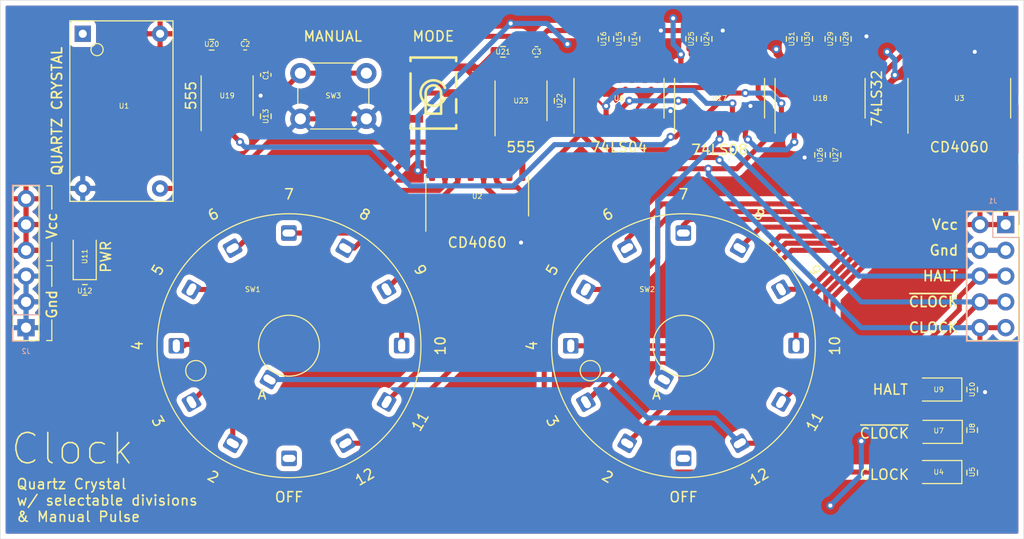
<source format=kicad_pcb>
(kicad_pcb (version 20171130) (host pcbnew "(5.1.10-1-10_14)")
  (layers (0 F.Cu signal) (31 B.Cu signal) (34 B.Paste user) (35 F.Paste user) (36 B.SilkS user) (37 F.SilkS user) (38 B.Mask user) (39 F.Mask user) (44 Edge.Cuts user))
  (net 0 "")
  (net 1 GND)
  (net 2 "Net-(U1-Pad1)")
  (net 3 "Net-(U2-Pad10)")
  (net 4 "Net-(U2-Pad9)")
  (net 5 VCC)
  (net 6 "Net-(U3-Pad10)")
  (net 7 "Net-(U3-Pad9)")
  (net 8 CLOCK)
  (net 9 "Net-(U4-Pad1)")
  (net 10 "Net-(U6-Pad12)")
  (net 11 "Net-(U6-Pad10)")
  (net 12 "Net-(U6-Pad8)")
  (net 13 ~CLOCK)
  (net 14 "Net-(U7-Pad1)")
  (net 15 "Net-(U16-Pad1)")
  (net 16 "Net-(U15-Pad1)")
  (net 17 "Net-(U14-Pad1)")
  (net 18 HALT)
  (net 19 "Net-(U10-Pad1)")
  (net 20 "Net-(U11-Pad1)")
  (net 21 "Net-(U17-Pad13)")
  (net 22 "Net-(U17-Pad12)")
  (net 23 "Net-(U17-Pad11)")
  (net 24 "Net-(U17-Pad10)")
  (net 25 "Net-(U17-Pad9)")
  (net 26 "Net-(U17-Pad6)")
  (net 27 "Net-(U17-Pad3)")
  (net 28 "Net-(U17-Pad2)")
  (net 29 "Net-(U18-Pad13)")
  (net 30 "Net-(U18-Pad12)")
  (net 31 "Net-(U18-Pad11)")
  (net 32 "Net-(U18-Pad10)")
  (net 33 "Net-(U18-Pad9)")
  (net 34 "Net-(U18-Pad8)")
  (net 35 "Net-(U18-Pad6)")
  (net 36 "Net-(U18-Pad5)")
  (net 37 "Net-(U18-Pad4)")
  (net 38 "Net-(C1-Pad1)")
  (net 39 "Net-(C2-Pad1)")
  (net 40 "Net-(SW2-Pad1)")
  (net 41 "Net-(SW3-Pad2)")
  (net 42 "Net-(C3-Pad2)")
  (net 43 "Net-(SW4-Pad1)")
  (net 44 "Net-(SW4-Pad3)")
  (net 45 "Net-(U23-Pad7)")
  (net 46 "/Quartz Crystal/n+FULL")
  (net 47 "/Quartz Crystal/8192")
  (net 48 "/Quartz Crystal/4096")
  (net 49 "/Quartz Crystal/2048")
  (net 50 "/Quartz Crystal/512")
  (net 51 "/Quartz Crystal/256")
  (net 52 "/Quartz Crystal/128")
  (net 53 "/Quartz Crystal/64")
  (net 54 "/Quartz Crystal/32")
  (net 55 "/Quartz Crystal/16")
  (net 56 "/Quartz Crystal/8")
  (net 57 "/Quartz Crystal/FULL")
  (net 58 "/Quartz Crystal/QUARTZ_OUT")
  (net 59 "/Quartz Crystal/n+8192")
  (net 60 "/Quartz Crystal/n+4096")
  (net 61 "/Quartz Crystal/n+2048")
  (net 62 "/Quartz Crystal/n+512")
  (net 63 "/Quartz Crystal/n+256")
  (net 64 "/Quartz Crystal/n+128")
  (net 65 "/Quartz Crystal/n+64")
  (net 66 "/Quartz Crystal/n+32")
  (net 67 "/Quartz Crystal/n+16")
  (net 68 "/Quartz Crystal/n+8")
  (net 69 /Mode/DEBOUNCE_SWITCH)
  (net 70 "/Manual Pulse/MANUAL_PULSE")
  (net 71 "Net-(SW1-Pad1)")
  (module Resistor_SMD:R_0603_1608Metric (layer F.Cu) (at 132.28 116.42)
    (fp_text reference U12 (at 0 0.098) (layer F.SilkS) (effects (font (size 0.5 0.5) (thickness 0.08))))
    (fp_text value 0603WAF1001T5E)
    (pad 2 smd roundrect (at 0.825 0) (size 0.8 0.95) (layers F.Cu F.Paste F.Mask) (net 1 GND))
    (pad 1 smd roundrect (at -0.825 0) (size 0.8 0.95) (layers F.Cu F.Paste F.Mask) (net 20 "Net-(U11-Pad1)"))
  )
  (module LED_SMD:LED_1206_3216Metric (layer F.Cu) (at 132.274 113.126 90)
    (fp_text reference U11 (at 0 0 90) (layer F.SilkS) (effects (font (size 0.5 0.5) (thickness 0.08))))
    (fp_text value TJ-S3216SW9TGLC2R-A5)
    (pad 2 smd roundrect (at 1.4 0 90) (size 1.25 1.75) (layers F.Cu F.Paste F.Mask) (roundrect_rratio 0.2) (net 5 VCC))
    (pad 1 smd roundrect (at -1.4 0 90) (size 1.25 1.75) (layers F.Cu F.Paste F.Mask) (roundrect_rratio 0.2) (net 20 "Net-(U11-Pad1)"))
  )
  (module Resistor_SMD:R_0603_1608Metric (layer F.Cu) (at 144.78 92.27 180)
    (fp_text reference U20 (at 0 0.068) (layer F.SilkS) (effects (font (size 0.5 0.5) (thickness 0.08))))
    (fp_text value 0603WAF1004T5E)
    (pad 2 smd roundrect (at 0.825 0 180) (size 0.8 0.95) (layers F.Cu F.Paste F.Mask) (net 5 VCC))
    (pad 1 smd roundrect (at -0.825 0 180) (size 0.8 0.95) (layers F.Cu F.Paste F.Mask) (net 39 "Net-(C2-Pad1)"))
  )
  (module Package_SO:SOIC-8_3.9x4.9mm_P1.27mm (layer F.Cu) (at 175.26 97.79 90)
    (fp_text reference U23 (at 0 0 180) (layer F.SilkS) (effects (font (size 0.5 0.5) (thickness 0.08))))
    (fp_text value TLC555QDRG4 hide)
    (fp_text user 555 (at -4.572 0 180) (layer F.SilkS))
    (pad 8 smd roundrect (at 2.475 -1.905 90) (size 1.95 0.6) (layers F.Cu F.Paste F.Mask) (net 5 VCC))
    (pad 7 smd roundrect (at 2.475 -0.635 90) (size 1.95 0.6) (layers F.Cu F.Paste F.Mask) (net 45 "Net-(U23-Pad7)"))
    (pad 6 smd roundrect (at 2.475 0.635 90) (size 1.95 0.6) (layers F.Cu F.Paste F.Mask) (net 1 GND))
    (pad 5 smd roundrect (at 2.475 1.905 90) (size 1.95 0.6) (layers F.Cu F.Paste F.Mask) (net 42 "Net-(C3-Pad2)"))
    (pad 4 smd roundrect (at -2.475 1.905 90) (size 1.95 0.6) (layers F.Cu F.Paste F.Mask) (net 44 "Net-(SW4-Pad3)"))
    (pad 3 smd roundrect (at -2.475 0.635 90) (size 1.95 0.6) (layers F.Cu F.Paste F.Mask) (net 69 /Mode/DEBOUNCE_SWITCH))
    (pad 2 smd roundrect (at -2.475 -0.635 90) (size 1.95 0.6) (layers F.Cu F.Paste F.Mask) (net 43 "Net-(SW4-Pad1)"))
    (pad 1 smd roundrect (at -2.475 -1.905 90) (size 1.95 0.6) (layers F.Cu F.Paste F.Mask) (net 1 GND))
  )
  (module Resistor_SMD:R_0603_1608Metric (layer F.Cu) (at 179.07 97.79 90)
    (fp_text reference U22 (at 0 0 90) (layer F.SilkS) (effects (font (size 0.5 0.5) (thickness 0.08))))
    (fp_text value 0603WAF1001T5E)
    (pad 2 smd roundrect (at 0.825 0 90) (size 0.8 0.95) (layers F.Cu F.Paste F.Mask) (net 5 VCC))
    (pad 1 smd roundrect (at -0.825 0 90) (size 0.8 0.95) (layers F.Cu F.Paste F.Mask) (net 44 "Net-(SW4-Pad3)"))
  )
  (module Resistor_SMD:R_0603_1608Metric (layer F.Cu) (at 173.482 92.964)
    (fp_text reference U21 (at 0 0) (layer F.SilkS) (effects (font (size 0.5 0.5) (thickness 0.08))))
    (fp_text value 0603WAF1001T5E)
    (pad 2 smd roundrect (at 0.825 0) (size 0.8 0.95) (layers F.Cu F.Paste F.Mask) (net 5 VCC))
    (pad 1 smd roundrect (at -0.825 0) (size 0.8 0.95) (layers F.Cu F.Paste F.Mask) (net 43 "Net-(SW4-Pad1)"))
  )
  (module Package_SO:SOIC-8_3.9x4.9mm_P1.27mm (layer F.Cu) (at 146.304 97.282 90)
    (fp_text reference U19 (at 0 0 180) (layer F.SilkS) (effects (font (size 0.5 0.5) (thickness 0.08))))
    (fp_text value TLC555QDRG4)
    (fp_text user 555 (at 0 -3.556 270) (layer F.SilkS))
    (pad 8 smd roundrect (at 2.475 -1.905 90) (size 1.95 0.6) (layers F.Cu F.Paste F.Mask) (net 5 VCC))
    (pad 7 smd roundrect (at 2.475 -0.635 90) (size 1.95 0.6) (layers F.Cu F.Paste F.Mask) (net 39 "Net-(C2-Pad1)"))
    (pad 6 smd roundrect (at 2.475 0.635 90) (size 1.95 0.6) (layers F.Cu F.Paste F.Mask) (net 39 "Net-(C2-Pad1)"))
    (pad 5 smd roundrect (at 2.475 1.905 90) (size 1.95 0.6) (layers F.Cu F.Paste F.Mask) (net 38 "Net-(C1-Pad1)"))
    (pad 4 smd roundrect (at -2.475 1.905 90) (size 1.95 0.6) (layers F.Cu F.Paste F.Mask) (net 5 VCC))
    (pad 3 smd roundrect (at -2.475 0.635 90) (size 1.95 0.6) (layers F.Cu F.Paste F.Mask) (net 70 "/Manual Pulse/MANUAL_PULSE"))
    (pad 2 smd roundrect (at -2.475 -0.635 90) (size 1.95 0.6) (layers F.Cu F.Paste F.Mask) (net 5 VCC))
    (pad 1 smd roundrect (at -2.475 -1.905 90) (size 1.95 0.6) (layers F.Cu F.Paste F.Mask) (net 1 GND))
  )
  (module Resistor_SMD:R_0603_1608Metric (layer F.Cu) (at 150.114 99.314 90)
    (fp_text reference U13 (at 0 0 90) (layer F.SilkS) (effects (font (size 0.5 0.5) (thickness 0.08))))
    (fp_text value 0603WAF1001T5E)
    (pad 2 smd roundrect (at 0.825 0 90) (size 0.8 0.95) (layers F.Cu F.Paste F.Mask) (net 41 "Net-(SW3-Pad2)"))
    (pad 1 smd roundrect (at -0.825 0 90) (size 0.8 0.95) (layers F.Cu F.Paste F.Mask) (net 5 VCC))
  )
  (module Package_SO:SOIC-16_3.9x9.9mm_P1.27mm (layer F.Cu) (at 218.44 97.536 90)
    (fp_text reference U3 (at 0 0 180) (layer F.SilkS) (effects (font (size 0.5 0.5) (thickness 0.08))))
    (fp_text value CD4060BM96)
    (fp_text user CD4060 (at -4.826 0 180) (layer F.SilkS))
    (pad 16 smd roundrect (at 2.475 -4.445 90) (size 1.95 0.6) (layers F.Cu F.Paste F.Mask) (net 5 VCC))
    (pad 15 smd roundrect (at 2.475 -3.175 90) (size 1.95 0.6) (layers F.Cu F.Paste F.Mask) (net 62 "/Quartz Crystal/n+512"))
    (pad 14 smd roundrect (at 2.475 -1.905 90) (size 1.95 0.6) (layers F.Cu F.Paste F.Mask) (net 64 "/Quartz Crystal/n+128"))
    (pad 13 smd roundrect (at 2.475 -0.635 90) (size 1.95 0.6) (layers F.Cu F.Paste F.Mask) (net 63 "/Quartz Crystal/n+256"))
    (pad 12 smd roundrect (at 2.475 0.635 90) (size 1.95 0.6) (layers F.Cu F.Paste F.Mask) (net 1 GND))
    (pad 11 smd roundrect (at 2.475 1.905 90) (size 1.95 0.6) (layers F.Cu F.Paste F.Mask) (net 46 "/Quartz Crystal/n+FULL"))
    (pad 10 smd roundrect (at 2.475 3.175 90) (size 1.95 0.6) (layers F.Cu F.Paste F.Mask) (net 6 "Net-(U3-Pad10)"))
    (pad 9 smd roundrect (at 2.475 4.445 90) (size 1.95 0.6) (layers F.Cu F.Paste F.Mask) (net 7 "Net-(U3-Pad9)"))
    (pad 8 smd roundrect (at -2.475 4.445 90) (size 1.95 0.6) (layers F.Cu F.Paste F.Mask) (net 1 GND))
    (pad 7 smd roundrect (at -2.475 3.175 90) (size 1.95 0.6) (layers F.Cu F.Paste F.Mask) (net 68 "/Quartz Crystal/n+8"))
    (pad 6 smd roundrect (at -2.475 1.905 90) (size 1.95 0.6) (layers F.Cu F.Paste F.Mask) (net 65 "/Quartz Crystal/n+64"))
    (pad 5 smd roundrect (at -2.475 0.635 90) (size 1.95 0.6) (layers F.Cu F.Paste F.Mask) (net 67 "/Quartz Crystal/n+16"))
    (pad 4 smd roundrect (at -2.475 -0.635 90) (size 1.95 0.6) (layers F.Cu F.Paste F.Mask) (net 66 "/Quartz Crystal/n+32"))
    (pad 3 smd roundrect (at -2.475 -1.905 90) (size 1.95 0.6) (layers F.Cu F.Paste F.Mask) (net 59 "/Quartz Crystal/n+8192"))
    (pad 2 smd roundrect (at -2.475 -3.175 90) (size 1.95 0.6) (layers F.Cu F.Paste F.Mask) (net 60 "/Quartz Crystal/n+4096"))
    (pad 1 smd roundrect (at -2.475 -4.445 90) (size 1.95 0.6) (layers F.Cu F.Paste F.Mask) (net 61 "/Quartz Crystal/n+2048"))
  )
  (module Package_SO:SOIC-16_3.9x9.9mm_P1.27mm (layer F.Cu) (at 170.942 107.188 90)
    (fp_text reference U2 (at 0 0 180) (layer F.SilkS) (effects (font (size 0.5 0.5) (thickness 0.08))))
    (fp_text value CD4060BM96)
    (fp_text user CD4060 (at -4.572 0 180) (layer F.SilkS))
    (pad 16 smd roundrect (at 2.475 -4.445 90) (size 1.95 0.6) (layers F.Cu F.Paste F.Mask) (net 5 VCC))
    (pad 15 smd roundrect (at 2.475 -3.175 90) (size 1.95 0.6) (layers F.Cu F.Paste F.Mask) (net 50 "/Quartz Crystal/512"))
    (pad 14 smd roundrect (at 2.475 -1.905 90) (size 1.95 0.6) (layers F.Cu F.Paste F.Mask) (net 52 "/Quartz Crystal/128"))
    (pad 13 smd roundrect (at 2.475 -0.635 90) (size 1.95 0.6) (layers F.Cu F.Paste F.Mask) (net 51 "/Quartz Crystal/256"))
    (pad 12 smd roundrect (at 2.475 0.635 90) (size 1.95 0.6) (layers F.Cu F.Paste F.Mask) (net 1 GND))
    (pad 11 smd roundrect (at 2.475 1.905 90) (size 1.95 0.6) (layers F.Cu F.Paste F.Mask) (net 57 "/Quartz Crystal/FULL"))
    (pad 10 smd roundrect (at 2.475 3.175 90) (size 1.95 0.6) (layers F.Cu F.Paste F.Mask) (net 3 "Net-(U2-Pad10)"))
    (pad 9 smd roundrect (at 2.475 4.445 90) (size 1.95 0.6) (layers F.Cu F.Paste F.Mask) (net 4 "Net-(U2-Pad9)"))
    (pad 8 smd roundrect (at -2.475 4.445 90) (size 1.95 0.6) (layers F.Cu F.Paste F.Mask) (net 1 GND))
    (pad 7 smd roundrect (at -2.475 3.175 90) (size 1.95 0.6) (layers F.Cu F.Paste F.Mask) (net 56 "/Quartz Crystal/8"))
    (pad 6 smd roundrect (at -2.475 1.905 90) (size 1.95 0.6) (layers F.Cu F.Paste F.Mask) (net 53 "/Quartz Crystal/64"))
    (pad 5 smd roundrect (at -2.475 0.635 90) (size 1.95 0.6) (layers F.Cu F.Paste F.Mask) (net 55 "/Quartz Crystal/16"))
    (pad 4 smd roundrect (at -2.475 -0.635 90) (size 1.95 0.6) (layers F.Cu F.Paste F.Mask) (net 54 "/Quartz Crystal/32"))
    (pad 3 smd roundrect (at -2.475 -1.905 90) (size 1.95 0.6) (layers F.Cu F.Paste F.Mask) (net 47 "/Quartz Crystal/8192"))
    (pad 2 smd roundrect (at -2.475 -3.175 90) (size 1.95 0.6) (layers F.Cu F.Paste F.Mask) (net 48 "/Quartz Crystal/4096"))
    (pad 1 smd roundrect (at -2.475 -4.445 90) (size 1.95 0.6) (layers F.Cu F.Paste F.Mask) (net 49 "/Quartz Crystal/2048"))
  )
  (module Crystal:full-can-14pin (layer F.Cu) (at 135.89 97.536)
    (fp_text reference U1 (at 0.254 0.762) (layer F.SilkS) (effects (font (size 0.5 0.5) (thickness 0.08))))
    (fp_text value full-can-crystal)
    (pad 1 thru_hole rect (at -3.81 -6.35) (size 1.6 1.6) (drill 0.8) (layers *.Cu *.Mask) (net 2 "Net-(U1-Pad1)"))
    (pad 3 thru_hole oval (at 3.81 8.89) (size 1.6 1.6) (drill 0.8) (layers *.Cu *.Mask) (net 57 "/Quartz Crystal/FULL"))
    (pad 2 thru_hole oval (at -3.81 8.89) (size 1.6 1.6) (drill 0.8) (layers *.Cu *.Mask) (net 1 GND))
    (pad 4 thru_hole oval (at 3.81 -6.35) (size 1.6 1.6) (drill 0.8) (layers *.Cu *.Mask) (net 5 VCC))
  )
  (module 8-bit-computer:SMD_SW_SPDT_JLCPCB (layer F.Cu) (at 166.624 97.028 180)
    (fp_text reference SW4 hide)
    (fp_text value SW_SPDT)
    (pad 1 smd rect (at -2.6 2.54 180) (size 3.18 0.76) (layers F.Cu F.Paste F.Mask) (net 43 "Net-(SW4-Pad1)"))
    (pad 4 smd rect (at 2.6 2.54 180) (size 3.18 0.76) (layers F.Cu F.Paste F.Mask))
    (pad 6 smd rect (at 2.6 -2.54 180) (size 3.18 0.76) (layers F.Cu F.Paste F.Mask))
    (pad 3 smd rect (at -2.6 -2.54 180) (size 3.18 0.76) (layers F.Cu F.Paste F.Mask) (net 44 "Net-(SW4-Pad3)"))
    (pad 2 smd rect (at -2.6 0 180) (size 3.18 0.76) (layers F.Cu F.Paste F.Mask) (net 1 GND))
  )
  (module Button_Switch_THT:SW_PUSH_6mm (layer F.Cu) (at 160.02 99.568 180)
    (fp_text reference SW3 (at 3.25 2.286) (layer F.SilkS) (effects (font (size 0.5 0.5) (thickness 0.08))))
    (fp_text value SW_Push)
    (pad 1 thru_hole circle (at 6.5 0 270) (size 2 2) (drill 1.1) (layers *.Cu *.Mask) (net 1 GND))
    (pad 2 thru_hole circle (at 6.5 4.5 270) (size 2 2) (drill 1.1) (layers *.Cu *.Mask) (net 41 "Net-(SW3-Pad2)"))
    (pad 1 thru_hole circle (at 0 0 270) (size 2 2) (drill 1.1) (layers *.Cu *.Mask) (net 1 GND))
    (pad 2 thru_hole circle (at 0 4.5 270) (size 2 2) (drill 1.1) (layers *.Cu *.Mask) (net 41 "Net-(SW3-Pad2)"))
  )
  (module breadboard-prototype:Rotary_Switch_12_pos_1_pole (layer F.Cu) (at 191.262 121.92)
    (fp_text reference SW2 (at -3.57 -5.55) (layer F.SilkS) (effects (font (size 0.5 0.5) (thickness 0.08))))
    (fp_text value SW_Rotary12)
    (fp_text user 2 (at -7.46 12.921099 -30) (layer F.SilkS))
    (fp_text user 3 (at -12.921099 7.46 -60) (layer F.SilkS))
    (fp_text user 4 (at -14.92 0 -90) (layer F.SilkS))
    (fp_text user 5 (at -12.921099 -7.46 -120) (layer F.SilkS))
    (fp_text user 6 (at -7.46 -12.921099 -150) (layer F.SilkS))
    (fp_text user 7 (at 0 -14.92 180) (layer F.SilkS))
    (fp_text user 8 (at 7.46 -12.921099 150) (layer F.SilkS))
    (fp_text user 9 (at 12.921099 -7.46 120) (layer F.SilkS))
    (fp_text user 10 (at 14.92 0 90) (layer F.SilkS))
    (fp_text user 11 (at 12.921099 7.46 60) (layer F.SilkS))
    (fp_text user 12 (at 7.46 12.921099 30) (layer F.SilkS))
    (fp_text user OFF (at 0 14.92) (layer F.SilkS))
    (fp_text user A (at -2.66 4.79) (layer F.SilkS))
    (pad 13 thru_hole roundrect (at -1.925 3.334198 330) (size 1.524 1.524) (drill oval 1.27 0.7) (layers *.Cu *.Mask) (roundrect_rratio 0.131) (net 58 "/Quartz Crystal/QUARTZ_OUT"))
    (pad 2 thru_hole roundrect (at -5.54134 9.617882 330) (size 1.524 1.524) (drill oval 1.27 0.7) (layers *.Cu *.Mask) (roundrect_rratio 0.131) (net 59 "/Quartz Crystal/n+8192"))
    (pad 3 thru_hole roundrect (at -9.607882 5.55866 300) (size 1.524 1.524) (drill oval 1.27 0.7) (layers *.Cu *.Mask) (roundrect_rratio 0.131) (net 60 "/Quartz Crystal/n+4096"))
    (pad 4 thru_hole roundrect (at -11.1 0.01 270) (size 1.524 1.524) (drill oval 1.27 0.7) (layers *.Cu *.Mask) (roundrect_rratio 0.131) (net 61 "/Quartz Crystal/n+2048"))
    (pad 5 thru_hole roundrect (at -9.617882 -5.54134 240) (size 1.524 1.524) (drill oval 1.27 0.7) (layers *.Cu *.Mask) (roundrect_rratio 0.131) (net 62 "/Quartz Crystal/n+512"))
    (pad 6 thru_hole roundrect (at -5.55866 -9.607882 210) (size 1.524 1.524) (drill oval 1.27 0.7) (layers *.Cu *.Mask) (roundrect_rratio 0.131) (net 63 "/Quartz Crystal/n+256"))
    (pad 7 thru_hole roundrect (at -0.01 -11.1 180) (size 1.524 1.524) (drill oval 1.27 0.7) (layers *.Cu *.Mask) (roundrect_rratio 0.131) (net 64 "/Quartz Crystal/n+128"))
    (pad 8 thru_hole roundrect (at 5.54134 -9.617882 150) (size 1.524 1.524) (drill oval 1.27 0.7) (layers *.Cu *.Mask) (roundrect_rratio 0.131) (net 65 "/Quartz Crystal/n+64"))
    (pad 9 thru_hole roundrect (at 9.607882 -5.55866 120) (size 1.524 1.524) (drill oval 1.27 0.7) (layers *.Cu *.Mask) (roundrect_rratio 0.131) (net 66 "/Quartz Crystal/n+32"))
    (pad 10 thru_hole roundrect (at 11.1 -0.01 90) (size 1.524 1.524) (drill oval 1.27 0.7) (layers *.Cu *.Mask) (roundrect_rratio 0.131) (net 67 "/Quartz Crystal/n+16"))
    (pad 11 thru_hole roundrect (at 9.617882 5.54134 60) (size 1.524 1.524) (drill oval 1.27 0.7) (layers *.Cu *.Mask) (roundrect_rratio 0.131) (net 68 "/Quartz Crystal/n+8"))
    (pad 12 thru_hole roundrect (at 5.55866 9.607882 30) (size 1.524 1.524) (drill oval 1.27 0.7) (layers *.Cu *.Mask) (roundrect_rratio 0.131) (net 46 "/Quartz Crystal/n+FULL"))
    (pad 1 thru_hole roundrect (at 0.01 11.1) (size 1.524 1.524) (drill oval 1.27 0.7) (layers *.Cu *.Mask) (roundrect_rratio 0.131) (net 40 "Net-(SW2-Pad1)"))
  )
  (module breadboard-prototype:Rotary_Switch_12_pos_1_pole (layer F.Cu) (at 152.4 121.92)
    (fp_text reference SW1 (at -3.57 -5.55) (layer F.SilkS) (effects (font (size 0.5 0.5) (thickness 0.08))))
    (fp_text value SW_Rotary12)
    (fp_text user 2 (at -7.46 12.921099 -30) (layer F.SilkS))
    (fp_text user 3 (at -12.921099 7.46 -60) (layer F.SilkS))
    (fp_text user 4 (at -14.92 0 -90) (layer F.SilkS))
    (fp_text user 5 (at -12.921099 -7.46 -120) (layer F.SilkS))
    (fp_text user 6 (at -7.46 -12.921099 -150) (layer F.SilkS))
    (fp_text user 7 (at 0 -14.92 180) (layer F.SilkS))
    (fp_text user 8 (at 7.46 -12.921099 150) (layer F.SilkS))
    (fp_text user 9 (at 12.921099 -7.46 120) (layer F.SilkS))
    (fp_text user 10 (at 14.92 0 90) (layer F.SilkS))
    (fp_text user 11 (at 12.921099 7.46 60) (layer F.SilkS))
    (fp_text user 12 (at 7.46 12.921099 30) (layer F.SilkS))
    (fp_text user OFF (at 0 14.92) (layer F.SilkS))
    (fp_text user A (at -2.66 4.79) (layer F.SilkS))
    (pad 13 thru_hole roundrect (at -1.925 3.334198 330) (size 1.524 1.524) (drill oval 1.27 0.7) (layers *.Cu *.Mask) (roundrect_rratio 0.131) (net 46 "/Quartz Crystal/n+FULL"))
    (pad 2 thru_hole roundrect (at -5.54134 9.617882 330) (size 1.524 1.524) (drill oval 1.27 0.7) (layers *.Cu *.Mask) (roundrect_rratio 0.131) (net 47 "/Quartz Crystal/8192"))
    (pad 3 thru_hole roundrect (at -9.607882 5.55866 300) (size 1.524 1.524) (drill oval 1.27 0.7) (layers *.Cu *.Mask) (roundrect_rratio 0.131) (net 48 "/Quartz Crystal/4096"))
    (pad 4 thru_hole roundrect (at -11.1 0.01 270) (size 1.524 1.524) (drill oval 1.27 0.7) (layers *.Cu *.Mask) (roundrect_rratio 0.131) (net 49 "/Quartz Crystal/2048"))
    (pad 5 thru_hole roundrect (at -9.617882 -5.54134 240) (size 1.524 1.524) (drill oval 1.27 0.7) (layers *.Cu *.Mask) (roundrect_rratio 0.131) (net 50 "/Quartz Crystal/512"))
    (pad 6 thru_hole roundrect (at -5.55866 -9.607882 210) (size 1.524 1.524) (drill oval 1.27 0.7) (layers *.Cu *.Mask) (roundrect_rratio 0.131) (net 51 "/Quartz Crystal/256"))
    (pad 7 thru_hole roundrect (at -0.01 -11.1 180) (size 1.524 1.524) (drill oval 1.27 0.7) (layers *.Cu *.Mask) (roundrect_rratio 0.131) (net 52 "/Quartz Crystal/128"))
    (pad 8 thru_hole roundrect (at 5.54134 -9.617882 150) (size 1.524 1.524) (drill oval 1.27 0.7) (layers *.Cu *.Mask) (roundrect_rratio 0.131) (net 53 "/Quartz Crystal/64"))
    (pad 9 thru_hole roundrect (at 9.607882 -5.55866 120) (size 1.524 1.524) (drill oval 1.27 0.7) (layers *.Cu *.Mask) (roundrect_rratio 0.131) (net 54 "/Quartz Crystal/32"))
    (pad 10 thru_hole roundrect (at 11.1 -0.01 90) (size 1.524 1.524) (drill oval 1.27 0.7) (layers *.Cu *.Mask) (roundrect_rratio 0.131) (net 55 "/Quartz Crystal/16"))
    (pad 11 thru_hole roundrect (at 9.617882 5.54134 60) (size 1.524 1.524) (drill oval 1.27 0.7) (layers *.Cu *.Mask) (roundrect_rratio 0.131) (net 56 "/Quartz Crystal/8"))
    (pad 12 thru_hole roundrect (at 5.55866 9.607882 30) (size 1.524 1.524) (drill oval 1.27 0.7) (layers *.Cu *.Mask) (roundrect_rratio 0.131) (net 57 "/Quartz Crystal/FULL"))
    (pad 1 thru_hole roundrect (at 0.01 11.1) (size 1.524 1.524) (drill oval 1.27 0.7) (layers *.Cu *.Mask) (roundrect_rratio 0.131) (net 71 "Net-(SW1-Pad1)"))
  )
  (module Capacitor_SMD:C_0603_1608Metric (layer F.Cu) (at 176.784 92.964)
    (fp_text reference C3 (at 0 0) (layer F.SilkS) (effects (font (size 0.5 0.5) (thickness 0.08))))
    (fp_text value 0603B103K500NT)
    (pad 2 smd roundrect (at 0.775 0) (size 0.9 0.95) (layers F.Cu F.Paste F.Mask) (net 42 "Net-(C3-Pad2)"))
    (pad 1 smd roundrect (at -0.775 0) (size 0.9 0.95) (layers F.Cu F.Paste F.Mask) (net 1 GND))
  )
  (module Capacitor_SMD:C_0603_1608Metric (layer F.Cu) (at 148.082 92.27)
    (fp_text reference C2 (at 0 -0.068) (layer F.SilkS) (effects (font (size 0.5 0.5) (thickness 0.08))))
    (fp_text value CC0603KRX7R9BB104)
    (pad 2 smd roundrect (at 0.775 0) (size 0.9 0.95) (layers F.Cu F.Paste F.Mask) (net 1 GND))
    (pad 1 smd roundrect (at -0.775 0) (size 0.9 0.95) (layers F.Cu F.Paste F.Mask) (net 39 "Net-(C2-Pad1)"))
  )
  (module Capacitor_SMD:C_0603_1608Metric (layer F.Cu) (at 150.114 95.237 270)
    (fp_text reference C1 (at 0.013 0 90) (layer F.SilkS) (effects (font (size 0.5 0.5) (thickness 0.08))))
    (fp_text value 0603B103K500NT)
    (pad 2 smd roundrect (at 0.775 0 270) (size 0.9 0.95) (layers F.Cu F.Paste F.Mask) (net 1 GND))
    (pad 1 smd roundrect (at -0.775 0 270) (size 0.9 0.95) (layers F.Cu F.Paste F.Mask) (net 38 "Net-(C1-Pad1)"))
  )
  (module Connector_PinHeader_2.54mm:PinHeader_1x06_P2.54mm_Vertical (layer B.Cu) (at 126.492 120.142)
    (fp_text reference J2 (at 0 2.33) (layer B.SilkS) (effects (font (size 0.5 0.5) (thickness 0.08)) (justify mirror)))
    (fp_text value Conn_01x06_Male hide)
    (pad 6 thru_hole oval (at 0 -12.7) (size 1.7 1.7) (drill 1) (layers *.Cu *.Mask) (net 5 VCC))
    (pad 5 thru_hole oval (at 0 -10.16) (size 1.7 1.7) (drill 1) (layers *.Cu *.Mask) (net 5 VCC))
    (pad 4 thru_hole oval (at 0 -7.62) (size 1.7 1.7) (drill 1) (layers *.Cu *.Mask) (net 5 VCC))
    (pad 3 thru_hole oval (at 0 -5.08) (size 1.7 1.7) (drill 1) (layers *.Cu *.Mask) (net 1 GND))
    (pad 2 thru_hole oval (at 0 -2.54) (size 1.7 1.7) (drill 1) (layers *.Cu *.Mask) (net 1 GND))
    (pad 1 thru_hole rect (at 0 0) (size 1.7 1.7) (drill 1) (layers *.Cu *.Mask) (net 1 GND))
  )
  (module Connector_PinHeader_2.54mm:PinHeader_2x05_P2.54mm_Vertical (layer B.Cu) (at 223.012 109.982 180)
    (fp_text reference J1 (at 1.27 2.33) (layer B.SilkS) (effects (font (size 0.5 0.5) (thickness 0.08)) (justify mirror)))
    (fp_text value Conn_01x05_Male hide)
    (pad 10 thru_hole oval (at 2.54 -10.16 180) (size 1.7 1.7) (drill 1) (layers *.Cu *.Mask) (net 8 CLOCK))
    (pad 9 thru_hole oval (at 0 -10.16 180) (size 1.7 1.7) (drill 1) (layers *.Cu *.Mask) (net 8 CLOCK))
    (pad 8 thru_hole oval (at 2.54 -7.62 180) (size 1.7 1.7) (drill 1) (layers *.Cu *.Mask) (net 13 ~CLOCK))
    (pad 7 thru_hole oval (at 0 -7.62 180) (size 1.7 1.7) (drill 1) (layers *.Cu *.Mask) (net 13 ~CLOCK))
    (pad 6 thru_hole oval (at 2.54 -5.08 180) (size 1.7 1.7) (drill 1) (layers *.Cu *.Mask) (net 18 HALT))
    (pad 5 thru_hole oval (at 0 -5.08 180) (size 1.7 1.7) (drill 1) (layers *.Cu *.Mask) (net 18 HALT))
    (pad 4 thru_hole oval (at 2.54 -2.54 180) (size 1.7 1.7) (drill 1) (layers *.Cu *.Mask) (net 1 GND))
    (pad 3 thru_hole oval (at 0 -2.54 180) (size 1.7 1.7) (drill 1) (layers *.Cu *.Mask) (net 1 GND))
    (pad 2 thru_hole oval (at 2.54 0 180) (size 1.7 1.7) (drill 1) (layers *.Cu *.Mask) (net 5 VCC))
    (pad 1 thru_hole rect (at 0 0 180) (size 1.7 1.7) (drill 1) (layers *.Cu *.Mask) (net 5 VCC))
  )
  (module LED_SMD:LED_1206_3216Metric (layer F.Cu) (at 216.408 126.238 180)
    (fp_text reference U9 (at 0 0) (layer F.SilkS) (effects (font (size 0.5 0.5) (thickness 0.08))))
    (fp_text value TJ-S3216SW9TGLC2R-A5)
    (pad 2 smd roundrect (at 1.4 0 180) (size 1.25 1.75) (layers F.Cu F.Paste F.Mask) (roundrect_rratio 0.2) (net 18 HALT))
    (pad 1 smd roundrect (at -1.4 0 180) (size 1.25 1.75) (layers F.Cu F.Paste F.Mask) (roundrect_rratio 0.2) (net 19 "Net-(U10-Pad1)"))
  )
  (module Resistor_SMD:R_0603_1608Metric (layer F.Cu) (at 201.93 91.694 90)
    (fp_text reference U31 (at 0 0 90) (layer F.SilkS) (effects (font (size 0.5 0.5) (thickness 0.08))))
    (fp_text value 0603WAF1001T5E)
    (pad 2 smd roundrect (at 0.825 0 90) (size 0.8 0.95) (layers F.Cu F.Paste F.Mask) (net 1 GND))
    (pad 1 smd roundrect (at -0.825 0 90) (size 0.8 0.95) (layers F.Cu F.Paste F.Mask) (net 29 "Net-(U18-Pad13)"))
  )
  (module Resistor_SMD:R_0603_1608Metric (layer F.Cu) (at 203.454 91.694 90)
    (fp_text reference U30 (at 0 0 90) (layer F.SilkS) (effects (font (size 0.5 0.5) (thickness 0.08))))
    (fp_text value 0603WAF1001T5E)
    (pad 2 smd roundrect (at 0.825 0 90) (size 0.8 0.95) (layers F.Cu F.Paste F.Mask) (net 1 GND))
    (pad 1 smd roundrect (at -0.825 0 90) (size 0.8 0.95) (layers F.Cu F.Paste F.Mask) (net 30 "Net-(U18-Pad12)"))
  )
  (module Resistor_SMD:R_0603_1608Metric (layer F.Cu) (at 205.74 91.694 90)
    (fp_text reference U29 (at 0 0 90) (layer F.SilkS) (effects (font (size 0.5 0.5) (thickness 0.08))))
    (fp_text value 0603WAF1001T5E)
    (pad 2 smd roundrect (at 0.825 0 90) (size 0.8 0.95) (layers F.Cu F.Paste F.Mask) (net 1 GND))
    (pad 1 smd roundrect (at -0.825 0 90) (size 0.8 0.95) (layers F.Cu F.Paste F.Mask) (net 32 "Net-(U18-Pad10)"))
  )
  (module Resistor_SMD:R_0603_1608Metric (layer F.Cu) (at 207.264 91.694 90)
    (fp_text reference U28 (at 0 0 90) (layer F.SilkS) (effects (font (size 0.5 0.5) (thickness 0.08))))
    (fp_text value 0603WAF1001T5E)
    (pad 2 smd roundrect (at 0.825 0 90) (size 0.8 0.95) (layers F.Cu F.Paste F.Mask) (net 1 GND))
    (pad 1 smd roundrect (at -0.825 0 90) (size 0.8 0.95) (layers F.Cu F.Paste F.Mask) (net 33 "Net-(U18-Pad9)"))
  )
  (module Resistor_SMD:R_0603_1608Metric (layer F.Cu) (at 206.248 103.124 270)
    (fp_text reference U27 (at 0 0 90) (layer F.SilkS) (effects (font (size 0.5 0.5) (thickness 0.08))))
    (fp_text value 0603WAF1001T5E)
    (pad 2 smd roundrect (at 0.825 0 270) (size 0.8 0.95) (layers F.Cu F.Paste F.Mask) (net 1 GND))
    (pad 1 smd roundrect (at -0.825 0 270) (size 0.8 0.95) (layers F.Cu F.Paste F.Mask) (net 36 "Net-(U18-Pad5)"))
  )
  (module Resistor_SMD:R_0603_1608Metric (layer F.Cu) (at 204.724 103.124 270)
    (fp_text reference U26 (at 0 0 90) (layer F.SilkS) (effects (font (size 0.5 0.5) (thickness 0.08))))
    (fp_text value 0603WAF1001T5E)
    (pad 2 smd roundrect (at 0.825 0 270) (size 0.8 0.95) (layers F.Cu F.Paste F.Mask) (net 1 GND))
    (pad 1 smd roundrect (at -0.825 0 270) (size 0.8 0.95) (layers F.Cu F.Paste F.Mask) (net 37 "Net-(U18-Pad4)"))
  )
  (module Resistor_SMD:R_0603_1608Metric (layer F.Cu) (at 192.024 91.694 90)
    (fp_text reference U25 (at 0 0 90) (layer F.SilkS) (effects (font (size 0.5 0.5) (thickness 0.08))))
    (fp_text value 0603WAF1001T5E)
    (pad 2 smd roundrect (at 0.825 0 90) (size 0.8 0.95) (layers F.Cu F.Paste F.Mask) (net 1 GND))
    (pad 1 smd roundrect (at -0.825 0 90) (size 0.8 0.95) (layers F.Cu F.Paste F.Mask) (net 21 "Net-(U17-Pad13)"))
  )
  (module Resistor_SMD:R_0603_1608Metric (layer F.Cu) (at 193.548 91.694 90)
    (fp_text reference U24 (at 0 0 90) (layer F.SilkS) (effects (font (size 0.5 0.5) (thickness 0.08))))
    (fp_text value 0603WAF1001T5E)
    (pad 2 smd roundrect (at 0.825 0 90) (size 0.8 0.95) (layers F.Cu F.Paste F.Mask) (net 1 GND))
    (pad 1 smd roundrect (at -0.825 0 90) (size 0.8 0.95) (layers F.Cu F.Paste F.Mask) (net 22 "Net-(U17-Pad12)"))
  )
  (module Package_SO:SOIC-14_3.9x8.7mm_P1.27mm (layer F.Cu) (at 204.724 97.536 90)
    (fp_text reference U18 (at 0 0 180) (layer F.SilkS) (effects (font (size 0.5 0.5) (thickness 0.08))))
    (fp_text value 74HC32D,653)
    (fp_text user 74LS32 (at 0 5.588 270) (layer F.SilkS))
    (pad 14 smd roundrect (at 2.475 -3.81 90) (size 1.95 0.6) (layers F.Cu F.Paste F.Mask) (net 5 VCC))
    (pad 13 smd roundrect (at 2.475 -2.54 90) (size 1.95 0.6) (layers F.Cu F.Paste F.Mask) (net 29 "Net-(U18-Pad13)"))
    (pad 12 smd roundrect (at 2.475 -1.27 90) (size 1.95 0.6) (layers F.Cu F.Paste F.Mask) (net 30 "Net-(U18-Pad12)"))
    (pad 11 smd roundrect (at 2.475 0 90) (size 1.95 0.6) (layers F.Cu F.Paste F.Mask) (net 31 "Net-(U18-Pad11)"))
    (pad 10 smd roundrect (at 2.475 1.27 90) (size 1.95 0.6) (layers F.Cu F.Paste F.Mask) (net 32 "Net-(U18-Pad10)"))
    (pad 9 smd roundrect (at 2.475 2.54 90) (size 1.95 0.6) (layers F.Cu F.Paste F.Mask) (net 33 "Net-(U18-Pad9)"))
    (pad 8 smd roundrect (at 2.475 3.81 90) (size 1.95 0.6) (layers F.Cu F.Paste F.Mask) (net 34 "Net-(U18-Pad8)"))
    (pad 7 smd roundrect (at -2.475 3.81 90) (size 1.95 0.6) (layers F.Cu F.Paste F.Mask) (net 1 GND))
    (pad 6 smd roundrect (at -2.475 2.54 90) (size 1.95 0.6) (layers F.Cu F.Paste F.Mask) (net 35 "Net-(U18-Pad6)"))
    (pad 5 smd roundrect (at -2.475 1.27 90) (size 1.95 0.6) (layers F.Cu F.Paste F.Mask) (net 36 "Net-(U18-Pad5)"))
    (pad 4 smd roundrect (at -2.475 0 90) (size 1.95 0.6) (layers F.Cu F.Paste F.Mask) (net 37 "Net-(U18-Pad4)"))
    (pad 3 smd roundrect (at -2.475 -1.27 90) (size 1.95 0.6) (layers F.Cu F.Paste F.Mask) (net 25 "Net-(U17-Pad9)"))
    (pad 2 smd roundrect (at -2.475 -2.54 90) (size 1.95 0.6) (layers F.Cu F.Paste F.Mask) (net 26 "Net-(U17-Pad6)"))
    (pad 1 smd roundrect (at -2.475 -3.81 90) (size 1.95 0.6) (layers F.Cu F.Paste F.Mask) (net 27 "Net-(U17-Pad3)"))
  )
  (module Package_SO:SOIC-14_3.9x8.7mm_P1.27mm (layer F.Cu) (at 194.818 97.536 90)
    (fp_text reference U17 (at 0 0 180) (layer F.SilkS) (effects (font (size 0.5 0.5) (thickness 0.08))))
    (fp_text value 74HC08D,653)
    (fp_text user 74LS08 (at -5.08 0 180) (layer F.SilkS))
    (pad 14 smd roundrect (at 2.475 -3.81 90) (size 1.95 0.6) (layers F.Cu F.Paste F.Mask) (net 5 VCC))
    (pad 13 smd roundrect (at 2.475 -2.54 90) (size 1.95 0.6) (layers F.Cu F.Paste F.Mask) (net 21 "Net-(U17-Pad13)"))
    (pad 12 smd roundrect (at 2.475 -1.27 90) (size 1.95 0.6) (layers F.Cu F.Paste F.Mask) (net 22 "Net-(U17-Pad12)"))
    (pad 11 smd roundrect (at 2.475 0 90) (size 1.95 0.6) (layers F.Cu F.Paste F.Mask) (net 23 "Net-(U17-Pad11)"))
    (pad 10 smd roundrect (at 2.475 1.27 90) (size 1.95 0.6) (layers F.Cu F.Paste F.Mask) (net 24 "Net-(U17-Pad10)"))
    (pad 9 smd roundrect (at 2.475 2.54 90) (size 1.95 0.6) (layers F.Cu F.Paste F.Mask) (net 25 "Net-(U17-Pad9)"))
    (pad 8 smd roundrect (at 2.475 3.81 90) (size 1.95 0.6) (layers F.Cu F.Paste F.Mask) (net 8 CLOCK))
    (pad 7 smd roundrect (at -2.475 3.81 90) (size 1.95 0.6) (layers F.Cu F.Paste F.Mask) (net 1 GND))
    (pad 6 smd roundrect (at -2.475 2.54 90) (size 1.95 0.6) (layers F.Cu F.Paste F.Mask) (net 26 "Net-(U17-Pad6)"))
    (pad 5 smd roundrect (at -2.475 1.27 90) (size 1.95 0.6) (layers F.Cu F.Paste F.Mask) (net 69 /Mode/DEBOUNCE_SWITCH))
    (pad 4 smd roundrect (at -2.475 0 90) (size 1.95 0.6) (layers F.Cu F.Paste F.Mask) (net 58 "/Quartz Crystal/QUARTZ_OUT"))
    (pad 3 smd roundrect (at -2.475 -1.27 90) (size 1.95 0.6) (layers F.Cu F.Paste F.Mask) (net 27 "Net-(U17-Pad3)"))
    (pad 2 smd roundrect (at -2.475 -2.54 90) (size 1.95 0.6) (layers F.Cu F.Paste F.Mask) (net 28 "Net-(U17-Pad2)"))
    (pad 1 smd roundrect (at -2.475 -3.81 90) (size 1.95 0.6) (layers F.Cu F.Paste F.Mask) (net 70 "/Manual Pulse/MANUAL_PULSE"))
  )
  (module Resistor_SMD:R_0603_1608Metric (layer F.Cu) (at 183.388 91.694 90)
    (fp_text reference U16 (at 0 0 90) (layer F.SilkS) (effects (font (size 0.5 0.5) (thickness 0.08))))
    (fp_text value 0603WAF1001T5E)
    (pad 2 smd roundrect (at 0.825 0 90) (size 0.8 0.95) (layers F.Cu F.Paste F.Mask) (net 1 GND))
    (pad 1 smd roundrect (at -0.825 0 90) (size 0.8 0.95) (layers F.Cu F.Paste F.Mask) (net 15 "Net-(U16-Pad1)"))
  )
  (module Resistor_SMD:R_0603_1608Metric (layer F.Cu) (at 184.912 91.694 90)
    (fp_text reference U15 (at 0 0 90) (layer F.SilkS) (effects (font (size 0.5 0.5) (thickness 0.08))))
    (fp_text value 0603WAF1001T5E)
    (pad 2 smd roundrect (at 0.825 0 90) (size 0.8 0.95) (layers F.Cu F.Paste F.Mask) (net 1 GND))
    (pad 1 smd roundrect (at -0.825 0 90) (size 0.8 0.95) (layers F.Cu F.Paste F.Mask) (net 16 "Net-(U15-Pad1)"))
  )
  (module Resistor_SMD:R_0603_1608Metric (layer F.Cu) (at 186.436 91.694 90)
    (fp_text reference U14 (at 0 0 90) (layer F.SilkS) (effects (font (size 0.5 0.5) (thickness 0.08))))
    (fp_text value 0603WAF1001T5E)
    (pad 2 smd roundrect (at 0.825 0 90) (size 0.8 0.95) (layers F.Cu F.Paste F.Mask) (net 1 GND))
    (pad 1 smd roundrect (at -0.825 0 90) (size 0.8 0.95) (layers F.Cu F.Paste F.Mask) (net 17 "Net-(U14-Pad1)"))
  )
  (module Resistor_SMD:R_0603_1608Metric (layer F.Cu) (at 219.71 126.238 270)
    (fp_text reference U10 (at 0 0 90) (layer F.SilkS) (effects (font (size 0.5 0.5) (thickness 0.08))))
    (fp_text value 0603WAF1001T5E)
    (pad 2 smd roundrect (at 0.825 0 270) (size 0.8 0.95) (layers F.Cu F.Paste F.Mask) (net 1 GND))
    (pad 1 smd roundrect (at -0.825 0 270) (size 0.8 0.95) (layers F.Cu F.Paste F.Mask) (net 19 "Net-(U10-Pad1)"))
  )
  (module Resistor_SMD:R_0603_1608Metric (layer F.Cu) (at 219.71 130.239 270)
    (fp_text reference U8 (at -0.191 0 90) (layer F.SilkS) (effects (font (size 0.5 0.5) (thickness 0.08))))
    (fp_text value 0603WAF1001T5E)
    (pad 2 smd roundrect (at 0.825 0 270) (size 0.8 0.95) (layers F.Cu F.Paste F.Mask) (net 1 GND))
    (pad 1 smd roundrect (at -0.825 0 270) (size 0.8 0.95) (layers F.Cu F.Paste F.Mask) (net 14 "Net-(U7-Pad1)"))
  )
  (module LED_SMD:LED_1206_3216Metric (layer F.Cu) (at 216.45 130.41 180)
    (fp_text reference U7 (at 0.042 0.108) (layer F.SilkS) (effects (font (size 0.5 0.5) (thickness 0.08))))
    (fp_text value 1206B)
    (pad 2 smd roundrect (at 1.4 0 180) (size 1.25 1.75) (layers F.Cu F.Paste F.Mask) (roundrect_rratio 0.2) (net 13 ~CLOCK))
    (pad 1 smd roundrect (at -1.4 0 180) (size 1.25 1.75) (layers F.Cu F.Paste F.Mask) (roundrect_rratio 0.2) (net 14 "Net-(U7-Pad1)"))
  )
  (module Package_SO:SOIC-14_3.9x8.7mm_P1.27mm (layer F.Cu) (at 184.912 97.536 90)
    (fp_text reference U6 (at 0 0 180) (layer F.SilkS) (effects (font (size 0.5 0.5) (thickness 0.08))))
    (fp_text value 74AHC04)
    (fp_text user 74LS04 (at -4.826 0 180) (layer F.SilkS))
    (pad 14 smd roundrect (at 2.475 -3.81 90) (size 1.95 0.6) (layers F.Cu F.Paste F.Mask) (net 5 VCC))
    (pad 13 smd roundrect (at 2.475 -2.54 90) (size 1.95 0.6) (layers F.Cu F.Paste F.Mask) (net 15 "Net-(U16-Pad1)"))
    (pad 12 smd roundrect (at 2.475 -1.27 90) (size 1.95 0.6) (layers F.Cu F.Paste F.Mask) (net 10 "Net-(U6-Pad12)"))
    (pad 11 smd roundrect (at 2.475 0 90) (size 1.95 0.6) (layers F.Cu F.Paste F.Mask) (net 16 "Net-(U15-Pad1)"))
    (pad 10 smd roundrect (at 2.475 1.27 90) (size 1.95 0.6) (layers F.Cu F.Paste F.Mask) (net 11 "Net-(U6-Pad10)"))
    (pad 9 smd roundrect (at 2.475 2.54 90) (size 1.95 0.6) (layers F.Cu F.Paste F.Mask) (net 17 "Net-(U14-Pad1)"))
    (pad 8 smd roundrect (at 2.475 3.81 90) (size 1.95 0.6) (layers F.Cu F.Paste F.Mask) (net 12 "Net-(U6-Pad8)"))
    (pad 7 smd roundrect (at -2.475 3.81 90) (size 1.95 0.6) (layers F.Cu F.Paste F.Mask) (net 1 GND))
    (pad 6 smd roundrect (at -2.475 2.54 90) (size 1.95 0.6) (layers F.Cu F.Paste F.Mask) (net 24 "Net-(U17-Pad10)"))
    (pad 5 smd roundrect (at -2.475 1.27 90) (size 1.95 0.6) (layers F.Cu F.Paste F.Mask) (net 18 HALT))
    (pad 4 smd roundrect (at -2.475 0 90) (size 1.95 0.6) (layers F.Cu F.Paste F.Mask) (net 28 "Net-(U17-Pad2)"))
    (pad 3 smd roundrect (at -2.475 -1.27 90) (size 1.95 0.6) (layers F.Cu F.Paste F.Mask) (net 69 /Mode/DEBOUNCE_SWITCH))
    (pad 2 smd roundrect (at -2.475 -2.54 90) (size 1.95 0.6) (layers F.Cu F.Paste F.Mask) (net 13 ~CLOCK))
    (pad 1 smd roundrect (at -2.475 -3.81 90) (size 1.95 0.6) (layers F.Cu F.Paste F.Mask) (net 8 CLOCK))
  )
  (module Resistor_SMD:R_0603_1608Metric (layer F.Cu) (at 219.71 134.429 270)
    (fp_text reference U5 (at -0.063 0 90) (layer F.SilkS) (effects (font (size 0.5 0.5) (thickness 0.08))))
    (fp_text value 0603WAF1001T5E)
    (pad 2 smd roundrect (at 0.825 0 270) (size 0.8 0.95) (layers F.Cu F.Paste F.Mask) (net 1 GND))
    (pad 1 smd roundrect (at -0.825 0 270) (size 0.8 0.95) (layers F.Cu F.Paste F.Mask) (net 9 "Net-(U4-Pad1)"))
  )
  (module LED_SMD:LED_1206_3216Metric (layer F.Cu) (at 216.408 134.366 180)
    (fp_text reference U4 (at 0 0) (layer F.SilkS) (effects (font (size 0.5 0.5) (thickness 0.08))))
    (fp_text value 1206B)
    (pad 2 smd roundrect (at 1.4 0 180) (size 1.25 1.75) (layers F.Cu F.Paste F.Mask) (roundrect_rratio 0.2) (net 8 CLOCK))
    (pad 1 smd roundrect (at -1.4 0 180) (size 1.25 1.75) (layers F.Cu F.Paste F.Mask) (roundrect_rratio 0.2) (net 9 "Net-(U4-Pad1)"))
  )
  (gr_text PWR (at 134.36 113.15 90) (layer F.SilkS) (effects (font (size 1 1))))
  (gr_line (start 127.762 121.412) (end 127.762 106.172) (layer F.SilkS) (width 0.12))
  (gr_line (start 125.222 121.412) (end 127.762 121.412) (layer F.SilkS) (width 0.12))
  (gr_line (start 125.222 106.172) (end 125.222 121.412) (layer F.SilkS) (width 0.12))
  (gr_line (start 127.762 106.172) (end 125.222 106.172) (layer F.SilkS) (width 0.12))
  (gr_line (start 219.202 121.412) (end 219.202 108.712) (layer F.SilkS) (width 0.12))
  (gr_line (start 224.282 121.412) (end 219.202 121.412) (layer F.SilkS) (width 0.12))
  (gr_line (start 224.282 108.712) (end 224.282 121.412) (layer F.SilkS) (width 0.12))
  (gr_line (start 219.202 108.712) (end 224.282 108.712) (layer F.SilkS) (width 0.12))
  (gr_text "QUARTZ CRYSTAL" (at 129.54 98.806 90) (layer F.SilkS) (effects (font (size 1 1) (thickness 0.17))))
  (gr_line (start 129.032 106.172) (end 128.524 106.172) (layer F.SilkS) (width 0.12))
  (gr_line (start 129.032 108.458) (end 129.032 106.172) (layer F.SilkS) (width 0.12))
  (gr_line (start 129.032 113.538) (end 129.032 111.76) (layer F.SilkS) (width 0.12))
  (gr_line (start 128.524 113.538) (end 129.032 113.538) (layer F.SilkS) (width 0.12))
  (gr_line (start 129.032 121.412) (end 128.524 121.412) (layer F.SilkS) (width 0.12))
  (gr_line (start 129.032 119.38) (end 129.032 121.412) (layer F.SilkS) (width 0.12))
  (gr_line (start 129.032 114.046) (end 128.524 114.046) (layer F.SilkS) (width 0.12))
  (gr_line (start 129.032 116.078) (end 129.032 114.046) (layer F.SilkS) (width 0.12))
  (gr_text Gnd (at 129.032 116.332 90) (layer F.SilkS) (effects (font (size 1 1) (thickness 0.17)) (justify right)))
  (gr_text Vcc (at 129.032 108.712 90) (layer F.SilkS) (effects (font (size 1 1) (thickness 0.17)) (justify right)))
  (gr_text CLOCK (at 218.44 120.142) (layer F.SilkS) (effects (font (size 1 1) (thickness 0.17)) (justify right)))
  (gr_text ~CLOCK (at 218.44 117.602) (layer F.SilkS) (effects (font (size 1 1) (thickness 0.17)) (justify right)))
  (gr_text HALT (at 218.44 115.062) (layer F.SilkS) (effects (font (size 1 1) (thickness 0.17)) (justify right)))
  (gr_text Gnd (at 218.44 112.522) (layer F.SilkS) (effects (font (size 1 1) (thickness 0.17)) (justify right)))
  (gr_text Vcc (at 218.44 109.982) (layer F.SilkS) (effects (font (size 1 1) (thickness 0.17)) (justify right)))
  (gr_text "Quartz Crystal\nw/ selectable divisions\n& Manual Pulse" (at 125.476 137.16) (layer F.SilkS) (effects (font (size 1 1)) (justify left)))
  (gr_text MANUAL (at 156.718 91.44) (layer F.SilkS) (effects (font (size 1 1))))
  (gr_text MODE (at 166.624 91.44) (layer F.SilkS) (effects (font (size 1 1))))
  (gr_text Clock (at 131.064 132.08) (layer F.SilkS) (effects (font (size 3 3))))
  (gr_line (start 159.258 87.884) (end 123.952 87.884) (layer Edge.Cuts) (width 0.05))
  (gr_line (start 224.79 140.97) (end 224.79 87.884) (layer Edge.Cuts) (width 0.05))
  (gr_line (start 123.952 140.97) (end 224.79 140.97) (layer Edge.Cuts) (width 0.05))
  (gr_line (start 123.952 87.884) (end 123.952 140.97) (layer Edge.Cuts) (width 0.05))
  (gr_line (start 224.79 87.884) (end 222.504 87.884) (layer Edge.Cuts) (width 0.05))
  (gr_text HALT (at 209.804 126.238) (layer F.SilkS) (effects (font (size 1 1)) (justify left)))
  (gr_line (start 222.504 87.884) (end 159.258 87.884) (layer Edge.Cuts) (width 0.05))
  (gr_text ~CLOCK (at 208.534 130.556) (layer F.SilkS) (effects (font (size 1 1)) (justify left)))
  (gr_text CLOCK (at 208.534 134.62) (layer F.SilkS) (effects (font (size 1 1)) (justify left)))
  (segment (start 219.71 127.063) (end 219.773 127.063) (width 0.5) (layer F.Cu) (net 1))
  (segment (start 219.773 127.063) (end 220.726 128.016) (width 0.5) (layer F.Cu) (net 1))
  (segment (start 220.726 130.048) (end 219.71 131.064) (width 0.5) (layer F.Cu) (net 1))
  (segment (start 220.726 128.016) (end 220.726 130.048) (width 0.5) (layer F.Cu) (net 1))
  (segment (start 220.092 135.254) (end 219.71 135.254) (width 0.5) (layer F.Cu) (net 1))
  (segment (start 220.726 132.08) (end 220.726 134.62) (width 0.5) (layer F.Cu) (net 1))
  (segment (start 220.726 134.62) (end 220.092 135.254) (width 0.5) (layer F.Cu) (net 1))
  (segment (start 219.71 131.064) (end 220.726 132.08) (width 0.5) (layer F.Cu) (net 1))
  (segment (start 223.012 112.522) (end 220.472 112.522) (width 0.5) (layer F.Cu) (net 1))
  (segment (start 201.93 90.869) (end 207.264 90.869) (width 0.5) (layer F.Cu) (net 1))
  (segment (start 192.024 90.869) (end 193.548 90.869) (width 0.5) (layer F.Cu) (net 1))
  (segment (start 183.388 90.869) (end 186.436 90.869) (width 0.5) (layer F.Cu) (net 1))
  (segment (start 176.009 95.201) (end 175.895 95.315) (width 0.5) (layer F.Cu) (net 1))
  (segment (start 176.009 92.964) (end 176.009 95.201) (width 0.5) (layer F.Cu) (net 1))
  (segment (start 169.224 97.028) (end 170.18 97.028) (width 0.5) (layer F.Cu) (net 1))
  (segment (start 173.355 100.203) (end 173.355 100.265) (width 0.5) (layer F.Cu) (net 1))
  (segment (start 170.18 97.028) (end 173.355 100.203) (width 0.5) (layer F.Cu) (net 1))
  (segment (start 169.224 97.028) (end 168.148 97.028) (width 0.5) (layer F.Cu) (net 1))
  (segment (start 168.148 97.028) (end 166.878 95.758) (width 0.5) (layer F.Cu) (net 1))
  (segment (start 166.878 95.758) (end 166.878 93.726) (width 0.5) (layer F.Cu) (net 1))
  (segment (start 166.878 93.726) (end 169.164 91.44) (width 0.5) (layer F.Cu) (net 1))
  (segment (start 169.164 91.44) (end 175.26 91.44) (width 0.5) (layer F.Cu) (net 1))
  (segment (start 176.009 92.189) (end 176.009 92.964) (width 0.5) (layer F.Cu) (net 1))
  (segment (start 175.26 91.44) (end 176.009 92.189) (width 0.5) (layer F.Cu) (net 1))
  (segment (start 176.009 92.964) (end 176.009 92.723) (width 0.5) (layer F.Cu) (net 1))
  (segment (start 177.863 90.869) (end 183.388 90.869) (width 0.5) (layer F.Cu) (net 1))
  (segment (start 176.009 92.723) (end 177.863 90.869) (width 0.5) (layer F.Cu) (net 1))
  (segment (start 162.56 97.028) (end 169.224 97.028) (width 0.5) (layer F.Cu) (net 1))
  (segment (start 160.02 99.568) (end 162.56 97.028) (width 0.5) (layer F.Cu) (net 1))
  (segment (start 153.52 99.568) (end 160.02 99.568) (width 0.5) (layer F.Cu) (net 1))
  (segment (start 148.857 92.27) (end 150.69 92.27) (width 0.5) (layer F.Cu) (net 1))
  (segment (start 150.69 92.27) (end 151.384 92.964) (width 0.5) (layer F.Cu) (net 1))
  (segment (start 151.384 94.742) (end 150.114 96.012) (width 0.5) (layer F.Cu) (net 1))
  (segment (start 151.384 92.964) (end 151.384 94.742) (width 0.5) (layer F.Cu) (net 1))
  (segment (start 144.399 99.757) (end 141.543 99.757) (width 0.5) (layer F.Cu) (net 1))
  (segment (start 134.874 106.426) (end 132.08 106.426) (width 0.5) (layer F.Cu) (net 1))
  (segment (start 141.543 99.757) (end 134.874 106.426) (width 0.5) (layer F.Cu) (net 1))
  (segment (start 171.577 104.713) (end 171.577 106.045) (width 0.5) (layer F.Cu) (net 1))
  (segment (start 171.577 106.045) (end 172.72 107.188) (width 0.5) (layer F.Cu) (net 1))
  (segment (start 172.72 107.188) (end 174.244 107.188) (width 0.5) (layer F.Cu) (net 1))
  (segment (start 175.387 108.331) (end 175.387 109.663) (width 0.5) (layer F.Cu) (net 1))
  (segment (start 174.244 107.188) (end 175.387 108.331) (width 0.5) (layer F.Cu) (net 1))
  (via (at 175.26 111.76) (size 0.8) (drill 0.4) (layers F.Cu B.Cu) (net 1))
  (segment (start 175.387 111.633) (end 175.26 111.76) (width 0.5) (layer F.Cu) (net 1))
  (segment (start 175.387 109.663) (end 175.387 111.633) (width 0.5) (layer F.Cu) (net 1))
  (segment (start 208.725 90.869) (end 207.264 90.869) (width 0.5) (layer F.Cu) (net 1))
  (segment (start 208.534 100.011) (end 208.534 102.362) (width 0.5) (layer F.Cu) (net 1))
  (segment (start 206.947 103.949) (end 204.724 103.949) (width 0.5) (layer F.Cu) (net 1))
  (segment (start 208.534 102.362) (end 206.947 103.949) (width 0.5) (layer F.Cu) (net 1))
  (via (at 149.606014 97.282) (size 0.8) (drill 0.4) (layers F.Cu B.Cu) (net 1))
  (segment (start 150.114 96.012) (end 150.114 96.774014) (width 0.5) (layer F.Cu) (net 1))
  (segment (start 150.114 96.774014) (end 149.606014 97.282) (width 0.5) (layer F.Cu) (net 1))
  (segment (start 186.436 90.869) (end 189.039 90.869) (width 0.5) (layer F.Cu) (net 1))
  (via (at 189.039 90.869) (size 0.8) (drill 0.4) (layers F.Cu B.Cu) (net 1))
  (segment (start 204.724 103.949) (end 203.771 103.949) (width 0.5) (layer F.Cu) (net 1))
  (via (at 203.2 103.378) (size 0.8) (drill 0.4) (layers F.Cu B.Cu) (net 1))
  (segment (start 203.771 103.949) (end 203.2 103.378) (width 0.5) (layer F.Cu) (net 1))
  (segment (start 198.628 100.011) (end 198.628 98.806) (width 0.5) (layer F.Cu) (net 1))
  (via (at 197.866 98.298) (size 0.8) (drill 0.4) (layers F.Cu B.Cu) (net 1))
  (segment (start 198.12 98.298) (end 197.866 98.298) (width 0.5) (layer F.Cu) (net 1))
  (segment (start 198.628 98.806) (end 198.12 98.298) (width 0.5) (layer F.Cu) (net 1))
  (segment (start 188.722 100.011) (end 189.041 100.011) (width 0.5) (layer F.Cu) (net 1))
  (via (at 189.992 98.806) (size 0.8) (drill 0.4) (layers F.Cu B.Cu) (net 1))
  (segment (start 189.992 99.06) (end 189.992 98.806) (width 0.5) (layer F.Cu) (net 1))
  (segment (start 189.041 100.011) (end 189.992 99.06) (width 0.5) (layer F.Cu) (net 1))
  (via (at 195.135 90.869) (size 0.8) (drill 0.4) (layers F.Cu B.Cu) (net 1))
  (segment (start 209.296 91.44) (end 208.725 90.869) (width 0.5) (layer F.Cu) (net 1))
  (via (at 209.296 91.44) (size 0.8) (drill 0.4) (layers F.Cu B.Cu) (net 1))
  (segment (start 219.075 95.061) (end 219.075 96.393) (width 0.5) (layer F.Cu) (net 1))
  (segment (start 219.075 96.393) (end 220.726 98.044) (width 0.5) (layer F.Cu) (net 1))
  (segment (start 220.726 98.044) (end 222.25 98.044) (width 0.5) (layer F.Cu) (net 1))
  (segment (start 222.885 98.679) (end 222.885 100.011) (width 0.5) (layer F.Cu) (net 1))
  (segment (start 222.25 98.044) (end 222.885 98.679) (width 0.5) (layer F.Cu) (net 1))
  (via (at 219.964 92.964) (size 0.8) (drill 0.4) (layers F.Cu B.Cu) (net 1))
  (segment (start 219.075 93.853) (end 219.964 92.964) (width 0.5) (layer F.Cu) (net 1))
  (segment (start 219.075 95.061) (end 219.075 93.853) (width 0.5) (layer F.Cu) (net 1))
  (segment (start 208.534 100.011) (end 209.296 99.249) (width 0.5) (layer F.Cu) (net 1))
  (segment (start 209.296 99.249) (end 209.296 91.44) (width 0.5) (layer F.Cu) (net 1))
  (segment (start 219.71 127.063) (end 220.409 127.063) (width 0.5) (layer F.Cu) (net 1))
  (via (at 220.98 126.492) (size 0.8) (drill 0.4) (layers F.Cu B.Cu) (net 1))
  (segment (start 220.409 127.063) (end 220.98 126.492) (width 0.5) (layer F.Cu) (net 1))
  (segment (start 189.039 90.869) (end 194.569315 90.869) (width 0.5) (layer F.Cu) (net 1))
  (segment (start 194.569315 90.869) (end 195.135 90.869) (width 0.5) (layer F.Cu) (net 1))
  (segment (start 126.492 115.062) (end 126.492 120.142) (width 0.5) (layer F.Cu) (net 1))
  (segment (start 126.492 117.602) (end 132.718 117.602) (width 0.5) (layer F.Cu) (net 1))
  (segment (start 133.105 117.215) (end 133.105 116.42) (width 0.5) (layer F.Cu) (net 1))
  (segment (start 132.718 117.602) (end 133.105 117.215) (width 0.5) (layer F.Cu) (net 1))
  (segment (start 220.472 109.982) (end 223.012 109.982) (width 0.5) (layer F.Cu) (net 5))
  (segment (start 174.307 92.964) (end 174.307 93.409) (width 0.5) (layer F.Cu) (net 5))
  (segment (start 173.355 94.361) (end 173.355 95.315) (width 0.5) (layer F.Cu) (net 5))
  (segment (start 174.307 93.409) (end 173.355 94.361) (width 0.5) (layer F.Cu) (net 5))
  (segment (start 179.198 96.965) (end 181.102 95.061) (width 0.5) (layer F.Cu) (net 5))
  (segment (start 179.07 96.965) (end 179.198 96.965) (width 0.5) (layer F.Cu) (net 5))
  (segment (start 143.955 92.27) (end 143.955 93.155) (width 0.5) (layer F.Cu) (net 5))
  (segment (start 144.399 93.599) (end 144.399 94.807) (width 0.5) (layer F.Cu) (net 5))
  (segment (start 143.955 93.155) (end 144.399 93.599) (width 0.5) (layer F.Cu) (net 5))
  (segment (start 142.871 91.186) (end 143.955 92.27) (width 0.5) (layer F.Cu) (net 5))
  (segment (start 139.7 91.186) (end 142.871 91.186) (width 0.5) (layer F.Cu) (net 5))
  (segment (start 144.399 94.807) (end 144.399 96.393) (width 0.5) (layer F.Cu) (net 5))
  (segment (start 145.669 97.663) (end 145.669 99.757) (width 0.5) (layer F.Cu) (net 5))
  (segment (start 144.399 96.393) (end 145.669 97.663) (width 0.5) (layer F.Cu) (net 5))
  (segment (start 145.669 99.757) (end 145.669 98.679) (width 0.5) (layer F.Cu) (net 5))
  (segment (start 145.669 98.679) (end 146.304 98.044) (width 0.5) (layer F.Cu) (net 5))
  (segment (start 148.209 98.782) (end 148.209 99.757) (width 0.5) (layer F.Cu) (net 5))
  (segment (start 147.471 98.044) (end 148.209 98.782) (width 0.5) (layer F.Cu) (net 5))
  (segment (start 146.304 98.044) (end 147.471 98.044) (width 0.5) (layer F.Cu) (net 5))
  (segment (start 148.591 100.139) (end 148.209 99.757) (width 0.5) (layer F.Cu) (net 5))
  (segment (start 150.114 100.139) (end 148.591 100.139) (width 0.5) (layer F.Cu) (net 5))
  (segment (start 165.165 104.713) (end 165.1 104.648) (width 0.5) (layer F.Cu) (net 5))
  (via (at 165.1 104.648) (size 0.8) (drill 0.4) (layers F.Cu B.Cu) (net 5))
  (segment (start 166.497 104.713) (end 165.165 104.713) (width 0.5) (layer F.Cu) (net 5))
  (segment (start 165.1 104.648) (end 165.1 99.314) (width 0.5) (layer B.Cu) (net 5))
  (via (at 174.244 90.17) (size 0.8) (drill 0.4) (layers F.Cu B.Cu) (net 5))
  (segment (start 165.1 99.314) (end 174.244 90.17) (width 0.5) (layer B.Cu) (net 5))
  (segment (start 173.355 95.315) (end 173.355 96.139) (width 0.5) (layer F.Cu) (net 5))
  (segment (start 174.181 96.965) (end 179.07 96.965) (width 0.5) (layer F.Cu) (net 5))
  (segment (start 173.355 96.139) (end 174.181 96.965) (width 0.5) (layer F.Cu) (net 5))
  (segment (start 181.102 95.061) (end 181.102 93.472) (width 0.5) (layer F.Cu) (net 5))
  (via (at 179.832 92.202) (size 0.8) (drill 0.4) (layers F.Cu B.Cu) (net 5))
  (segment (start 181.102 93.472) (end 179.832 92.202) (width 0.5) (layer F.Cu) (net 5))
  (segment (start 177.8 90.17) (end 174.244 90.17) (width 0.5) (layer B.Cu) (net 5))
  (segment (start 179.832 92.202) (end 177.8 90.17) (width 0.5) (layer B.Cu) (net 5))
  (segment (start 200.914 95.061) (end 200.914 93.726) (width 0.5) (layer F.Cu) (net 5))
  (via (at 200.406 92.71) (size 0.8) (drill 0.4) (layers F.Cu B.Cu) (net 5))
  (segment (start 200.406 93.218) (end 200.406 92.71) (width 0.5) (layer F.Cu) (net 5))
  (segment (start 200.914 93.726) (end 200.406 93.218) (width 0.5) (layer F.Cu) (net 5))
  (via (at 191.008 93.217994) (size 0.8) (drill 0.4) (layers F.Cu B.Cu) (net 5))
  (segment (start 191.008 95.061) (end 191.008 93.217994) (width 0.5) (layer F.Cu) (net 5))
  (segment (start 213.995 95.061) (end 212.279 95.061) (width 0.5) (layer F.Cu) (net 5))
  (segment (start 212.279 95.061) (end 212.09 95.25) (width 0.5) (layer F.Cu) (net 5))
  (via (at 212.09 95.25) (size 0.8) (drill 0.4) (layers F.Cu B.Cu) (net 5))
  (segment (start 212.09 95.25) (end 212.09 93.726) (width 0.5) (layer B.Cu) (net 5))
  (via (at 211.328 92.964) (size 0.8) (drill 0.4) (layers F.Cu B.Cu) (net 5))
  (segment (start 212.09 93.726) (end 211.328 92.964) (width 0.5) (layer B.Cu) (net 5))
  (via (at 190.246 89.662) (size 0.8) (drill 0.4) (layers F.Cu B.Cu) (net 5))
  (segment (start 190.246 92.202) (end 190.246 89.662) (width 0.5) (layer B.Cu) (net 5))
  (segment (start 191.008 92.964) (end 190.246 92.202) (width 0.5) (layer B.Cu) (net 5))
  (segment (start 191.008 93.217994) (end 191.008 92.964) (width 0.5) (layer B.Cu) (net 5))
  (via (at 208.788 131.318) (size 0.8) (drill 0.4) (layers F.Cu B.Cu) (net 5))
  (via (at 208.788 131.318) (size 0.8) (drill 0.4) (layers F.Cu B.Cu) (net 5))
  (segment (start 208.788 131.318) (end 208.788 134.62) (width 0.5) (layer B.Cu) (net 5))
  (via (at 205.74 137.668) (size 0.8) (drill 0.4) (layers F.Cu B.Cu) (net 5))
  (segment (start 208.788 134.62) (end 205.74 137.668) (width 0.5) (layer B.Cu) (net 5))
  (segment (start 132.274 111.726) (end 129.334 111.726) (width 0.5) (layer F.Cu) (net 5))
  (segment (start 128.538 112.522) (end 126.492 112.522) (width 0.5) (layer F.Cu) (net 5))
  (segment (start 129.334 111.726) (end 128.538 112.522) (width 0.5) (layer F.Cu) (net 5))
  (segment (start 126.492 107.442) (end 126.492 112.522) (width 0.5) (layer F.Cu) (net 5))
  (segment (start 220.472 120.142) (end 220.472 123.19) (width 0.5) (layer F.Cu) (net 8))
  (segment (start 220.472 123.19) (end 221.996 124.714) (width 0.5) (layer F.Cu) (net 8))
  (segment (start 221.996 124.714) (end 221.996 135.128) (width 0.5) (layer F.Cu) (net 8))
  (segment (start 221.996 135.128) (end 220.472 136.652) (width 0.5) (layer F.Cu) (net 8))
  (segment (start 220.472 136.652) (end 215.9 136.652) (width 0.5) (layer F.Cu) (net 8))
  (segment (start 215.008 135.76) (end 215.008 134.366) (width 0.5) (layer F.Cu) (net 8))
  (segment (start 215.9 136.652) (end 215.008 135.76) (width 0.5) (layer F.Cu) (net 8))
  (segment (start 220.472 120.142) (end 223.012 120.142) (width 0.5) (layer F.Cu) (net 8))
  (segment (start 182.88 134.366) (end 215.008 134.366) (width 0.5) (layer F.Cu) (net 8))
  (segment (start 177.546 129.032) (end 182.88 134.366) (width 0.5) (layer F.Cu) (net 8))
  (segment (start 177.546 104.648) (end 177.546 129.032) (width 0.5) (layer F.Cu) (net 8))
  (segment (start 181.102 101.092) (end 177.546 104.648) (width 0.5) (layer F.Cu) (net 8))
  (segment (start 181.102 100.011) (end 181.102 101.092) (width 0.5) (layer F.Cu) (net 8))
  (segment (start 181.102 100.986) (end 181.102 100.011) (width 0.5) (layer F.Cu) (net 8))
  (segment (start 184.598002 104.482002) (end 181.102 100.986) (width 0.5) (layer F.Cu) (net 8))
  (segment (start 193.713998 104.482002) (end 184.598002 104.482002) (width 0.5) (layer F.Cu) (net 8))
  (via (at 193.713998 104.482002) (size 0.8) (drill 0.4) (layers F.Cu B.Cu) (net 8))
  (segment (start 193.713998 104.482002) (end 193.713998 105.067998) (width 0.5) (layer B.Cu) (net 8))
  (segment (start 208.788 120.142) (end 220.472 120.142) (width 0.5) (layer B.Cu) (net 8))
  (segment (start 193.713998 105.067998) (end 208.788 120.142) (width 0.5) (layer B.Cu) (net 8))
  (segment (start 199.644 101.346) (end 196.507998 104.482002) (width 0.5) (layer F.Cu) (net 8))
  (segment (start 198.628 97.282) (end 199.644 98.298) (width 0.5) (layer F.Cu) (net 8))
  (segment (start 196.507998 104.482002) (end 193.713998 104.482002) (width 0.5) (layer F.Cu) (net 8))
  (segment (start 199.644 98.298) (end 199.644 101.346) (width 0.5) (layer F.Cu) (net 8))
  (segment (start 198.628 95.061) (end 198.628 97.282) (width 0.5) (layer F.Cu) (net 8))
  (segment (start 219.71 133.604) (end 219.456 133.604) (width 0.5) (layer F.Cu) (net 9))
  (segment (start 218.694 134.366) (end 217.808 134.366) (width 0.5) (layer F.Cu) (net 9))
  (segment (start 219.456 133.604) (end 218.694 134.366) (width 0.5) (layer F.Cu) (net 9))
  (segment (start 220.472 117.602) (end 216.408 121.666) (width 0.5) (layer F.Cu) (net 13))
  (segment (start 216.408 129.052) (end 215.05 130.41) (width 0.5) (layer F.Cu) (net 13))
  (segment (start 216.408 121.666) (end 216.408 129.052) (width 0.5) (layer F.Cu) (net 13))
  (segment (start 223.012 117.602) (end 220.472 117.602) (width 0.5) (layer F.Cu) (net 13))
  (segment (start 182.372 100.986) (end 184.764 103.378) (width 0.5) (layer F.Cu) (net 13))
  (segment (start 182.372 100.011) (end 182.372 100.986) (width 0.5) (layer F.Cu) (net 13))
  (via (at 194.818 103.632) (size 0.8) (drill 0.4) (layers F.Cu B.Cu) (net 13))
  (segment (start 184.764 103.378) (end 194.564 103.378) (width 0.5) (layer F.Cu) (net 13))
  (segment (start 194.564 103.378) (end 194.818 103.632) (width 0.5) (layer F.Cu) (net 13))
  (segment (start 208.788 117.602) (end 220.472 117.602) (width 0.5) (layer B.Cu) (net 13))
  (segment (start 194.818 103.632) (end 208.788 117.602) (width 0.5) (layer B.Cu) (net 13))
  (segment (start 219.71 129.414) (end 219.582 129.414) (width 0.5) (layer F.Cu) (net 14))
  (segment (start 218.586 130.41) (end 217.85 130.41) (width 0.5) (layer F.Cu) (net 14))
  (segment (start 219.582 129.414) (end 218.586 130.41) (width 0.5) (layer F.Cu) (net 14))
  (segment (start 183.388 92.519) (end 183.388 92.964) (width 0.5) (layer F.Cu) (net 15))
  (segment (start 182.372 93.98) (end 182.372 95.061) (width 0.5) (layer F.Cu) (net 15))
  (segment (start 183.388 92.964) (end 182.372 93.98) (width 0.5) (layer F.Cu) (net 15))
  (segment (start 184.912 92.519) (end 184.912 95.061) (width 0.5) (layer F.Cu) (net 16))
  (segment (start 186.436 92.519) (end 186.436 92.71) (width 0.5) (layer F.Cu) (net 17))
  (segment (start 187.452 93.726) (end 187.452 95.061) (width 0.5) (layer F.Cu) (net 17))
  (segment (start 186.436 92.71) (end 187.452 93.726) (width 0.5) (layer F.Cu) (net 17))
  (segment (start 215.008 126.238) (end 215.008 121.796) (width 0.5) (layer F.Cu) (net 18))
  (segment (start 215.008 121.796) (end 218.44 118.364) (width 0.5) (layer F.Cu) (net 18))
  (segment (start 218.44 117.094) (end 220.472 115.062) (width 0.5) (layer F.Cu) (net 18))
  (segment (start 218.44 118.364) (end 218.44 117.094) (width 0.5) (layer F.Cu) (net 18))
  (segment (start 220.472 115.062) (end 223.012 115.062) (width 0.5) (layer F.Cu) (net 18))
  (segment (start 186.182 100.011) (end 186.182 101.346) (width 0.5) (layer F.Cu) (net 18))
  (segment (start 186.182 101.346) (end 187.452 102.616) (width 0.5) (layer F.Cu) (net 18))
  (via (at 196.088 102.616) (size 0.8) (drill 0.4) (layers F.Cu B.Cu) (net 18))
  (segment (start 187.452 102.616) (end 196.088 102.616) (width 0.5) (layer F.Cu) (net 18))
  (segment (start 196.088 102.616) (end 208.534 115.062) (width 0.5) (layer B.Cu) (net 18))
  (segment (start 208.534 115.062) (end 220.472 115.062) (width 0.5) (layer B.Cu) (net 18))
  (segment (start 219.71 125.413) (end 219.519 125.413) (width 0.5) (layer F.Cu) (net 19))
  (segment (start 218.694 126.238) (end 217.808 126.238) (width 0.5) (layer F.Cu) (net 19))
  (segment (start 219.519 125.413) (end 218.694 126.238) (width 0.5) (layer F.Cu) (net 19))
  (segment (start 132.274 114.526) (end 132.274 114.896) (width 0.5) (layer F.Cu) (net 20))
  (segment (start 131.455 115.715) (end 131.455 116.42) (width 0.5) (layer F.Cu) (net 20))
  (segment (start 132.274 114.896) (end 131.455 115.715) (width 0.5) (layer F.Cu) (net 20))
  (segment (start 192.024 92.519) (end 192.024 93.218) (width 0.5) (layer F.Cu) (net 21))
  (segment (start 192.278 93.472) (end 192.278 95.061) (width 0.5) (layer F.Cu) (net 21))
  (segment (start 192.024 93.218) (end 192.278 93.472) (width 0.5) (layer F.Cu) (net 21))
  (segment (start 193.548 92.519) (end 193.548 95.061) (width 0.5) (layer F.Cu) (net 22))
  (segment (start 187.452 99.036) (end 190.00199 96.48601) (width 0.5) (layer F.Cu) (net 24))
  (segment (start 196.088 95.614544) (end 196.088 95.061) (width 0.5) (layer F.Cu) (net 24))
  (segment (start 187.452 100.011) (end 187.452 99.036) (width 0.5) (layer F.Cu) (net 24))
  (segment (start 195.216534 96.48601) (end 196.088 95.614544) (width 0.5) (layer F.Cu) (net 24))
  (segment (start 190.00199 96.48601) (end 195.216534 96.48601) (width 0.5) (layer F.Cu) (net 24))
  (segment (start 199.898 93.98) (end 199.39 93.472) (width 0.5) (layer F.Cu) (net 25))
  (segment (start 203.454 99.036) (end 201.611998 97.193998) (width 0.5) (layer F.Cu) (net 25))
  (segment (start 200.825998 97.193998) (end 199.898 96.266) (width 0.5) (layer F.Cu) (net 25))
  (segment (start 203.454 100.011) (end 203.454 99.036) (width 0.5) (layer F.Cu) (net 25))
  (segment (start 201.611998 97.193998) (end 200.825998 97.193998) (width 0.5) (layer F.Cu) (net 25))
  (segment (start 199.39 93.472) (end 197.972 93.472) (width 0.5) (layer F.Cu) (net 25))
  (segment (start 197.972 93.472) (end 197.358 94.086) (width 0.5) (layer F.Cu) (net 25))
  (segment (start 199.898 96.266) (end 199.898 93.98) (width 0.5) (layer F.Cu) (net 25))
  (segment (start 197.358 94.086) (end 197.358 95.061) (width 0.5) (layer F.Cu) (net 25))
  (via (at 197.612 101.6) (size 0.8) (drill 0.4) (layers F.Cu B.Cu) (net 26))
  (segment (start 197.358 101.346) (end 197.612 101.6) (width 0.5) (layer F.Cu) (net 26))
  (segment (start 197.358 100.011) (end 197.358 101.346) (width 0.5) (layer F.Cu) (net 26))
  (segment (start 197.612 101.6) (end 198.628 102.616) (width 0.5) (layer B.Cu) (net 26))
  (via (at 202.184 101.854) (size 0.8) (drill 0.4) (layers F.Cu B.Cu) (net 26))
  (segment (start 201.422 102.616) (end 202.184 101.854) (width 0.5) (layer B.Cu) (net 26))
  (segment (start 198.628 102.616) (end 201.422 102.616) (width 0.5) (layer B.Cu) (net 26))
  (segment (start 202.184 101.854) (end 202.184 100.011) (width 0.5) (layer F.Cu) (net 26))
  (segment (start 200.914 100.011) (end 200.914 98.298) (width 0.5) (layer F.Cu) (net 27))
  (via (at 200.914 98.044) (size 0.8) (drill 0.4) (layers F.Cu B.Cu) (net 27))
  (segment (start 200.914 98.298) (end 200.914 98.044) (width 0.5) (layer F.Cu) (net 27))
  (via (at 197.358 97.028) (size 0.8) (drill 0.4) (layers F.Cu B.Cu) (net 27))
  (segment (start 193.548 100.011) (end 193.548 99.144509) (width 0.5) (layer F.Cu) (net 27))
  (segment (start 199.898 97.028) (end 197.358 97.028) (width 0.5) (layer B.Cu) (net 27))
  (segment (start 193.548 99.144509) (end 195.664509 97.028) (width 0.5) (layer F.Cu) (net 27))
  (segment (start 200.914 98.044) (end 199.898 97.028) (width 0.5) (layer B.Cu) (net 27))
  (segment (start 195.664509 97.028) (end 197.358 97.028) (width 0.5) (layer F.Cu) (net 27))
  (segment (start 192.278 100.011) (end 192.278 98.552) (width 0.5) (layer F.Cu) (net 28))
  (via (at 190.754 97.79) (size 0.8) (drill 0.4) (layers F.Cu B.Cu) (net 28))
  (segment (start 191.516 97.79) (end 190.754 97.79) (width 0.5) (layer F.Cu) (net 28))
  (segment (start 192.278 98.552) (end 191.516 97.79) (width 0.5) (layer F.Cu) (net 28))
  (segment (start 190.754 97.79) (end 187.198 97.79) (width 0.5) (layer B.Cu) (net 28))
  (via (at 185.928 97.79) (size 0.8) (drill 0.4) (layers F.Cu B.Cu) (net 28))
  (segment (start 187.198 97.79) (end 185.928 97.79) (width 0.5) (layer B.Cu) (net 28))
  (segment (start 184.912 98.806) (end 184.912 100.011) (width 0.5) (layer F.Cu) (net 28))
  (segment (start 185.928 97.79) (end 184.912 98.806) (width 0.5) (layer F.Cu) (net 28))
  (segment (start 201.93 92.519) (end 201.93 93.218) (width 0.5) (layer F.Cu) (net 29))
  (segment (start 202.184 93.472) (end 202.184 95.061) (width 0.5) (layer F.Cu) (net 29))
  (segment (start 201.93 93.218) (end 202.184 93.472) (width 0.5) (layer F.Cu) (net 29))
  (segment (start 203.454 92.519) (end 203.454 95.061) (width 0.5) (layer F.Cu) (net 30))
  (segment (start 205.74 92.519) (end 205.74 93.218) (width 0.5) (layer F.Cu) (net 32))
  (segment (start 205.994 93.472) (end 205.994 95.061) (width 0.5) (layer F.Cu) (net 32))
  (segment (start 205.74 93.218) (end 205.994 93.472) (width 0.5) (layer F.Cu) (net 32))
  (segment (start 207.264 92.519) (end 207.264 95.061) (width 0.5) (layer F.Cu) (net 33))
  (segment (start 205.994 100.011) (end 205.994 101.092) (width 0.5) (layer F.Cu) (net 36))
  (segment (start 206.248 101.346) (end 206.248 102.299) (width 0.5) (layer F.Cu) (net 36))
  (segment (start 205.994 101.092) (end 206.248 101.346) (width 0.5) (layer F.Cu) (net 36))
  (segment (start 204.724 100.011) (end 204.724 102.299) (width 0.5) (layer F.Cu) (net 37))
  (segment (start 148.554 94.462) (end 148.209 94.807) (width 0.5) (layer F.Cu) (net 38))
  (segment (start 150.114 94.462) (end 148.554 94.462) (width 0.5) (layer F.Cu) (net 38))
  (segment (start 145.669 92.334) (end 145.605 92.27) (width 0.5) (layer F.Cu) (net 39))
  (segment (start 145.669 94.807) (end 145.669 92.334) (width 0.5) (layer F.Cu) (net 39))
  (segment (start 147.307 92.27) (end 145.605 92.27) (width 0.5) (layer F.Cu) (net 39))
  (segment (start 147.307 94.439) (end 146.939 94.807) (width 0.5) (layer F.Cu) (net 39))
  (segment (start 147.307 92.27) (end 147.307 94.439) (width 0.5) (layer F.Cu) (net 39))
  (segment (start 145.669 94.807) (end 146.939 94.807) (width 0.5) (layer F.Cu) (net 39))
  (segment (start 153.52 95.068) (end 160.02 95.068) (width 0.5) (layer F.Cu) (net 41))
  (segment (start 150.114 98.474) (end 153.52 95.068) (width 0.5) (layer F.Cu) (net 41))
  (segment (start 150.114 98.489) (end 150.114 98.474) (width 0.5) (layer F.Cu) (net 41))
  (segment (start 177.559 92.964) (end 177.559 93.967) (width 0.5) (layer F.Cu) (net 42))
  (segment (start 177.165 94.361) (end 177.165 95.315) (width 0.5) (layer F.Cu) (net 42))
  (segment (start 177.559 93.967) (end 177.165 94.361) (width 0.5) (layer F.Cu) (net 42))
  (segment (start 172.657 92.964) (end 172.657 93.027) (width 0.5) (layer F.Cu) (net 43))
  (segment (start 171.196 94.488) (end 169.224 94.488) (width 0.5) (layer F.Cu) (net 43))
  (segment (start 172.657 93.027) (end 171.196 94.488) (width 0.5) (layer F.Cu) (net 43))
  (segment (start 174.625 100.265) (end 174.625 98.679) (width 0.5) (layer F.Cu) (net 43))
  (segment (start 174.625 98.679) (end 173.482 97.536) (width 0.5) (layer F.Cu) (net 43))
  (segment (start 173.482 97.536) (end 172.72 97.536) (width 0.5) (layer F.Cu) (net 43))
  (segment (start 169.672 94.488) (end 169.224 94.488) (width 0.5) (layer F.Cu) (net 43))
  (segment (start 172.72 97.536) (end 169.672 94.488) (width 0.5) (layer F.Cu) (net 43))
  (segment (start 169.224 99.568) (end 170.18 99.568) (width 0.5) (layer F.Cu) (net 44))
  (segment (start 170.18 99.568) (end 172.72 102.108) (width 0.5) (layer F.Cu) (net 44))
  (segment (start 176.297 102.108) (end 177.165 101.24) (width 0.5) (layer F.Cu) (net 44))
  (segment (start 177.165 101.24) (end 177.165 100.265) (width 0.5) (layer F.Cu) (net 44))
  (segment (start 172.72 102.108) (end 176.297 102.108) (width 0.5) (layer F.Cu) (net 44))
  (segment (start 178.815 98.615) (end 177.165 100.265) (width 0.5) (layer F.Cu) (net 44))
  (segment (start 179.07 98.615) (end 178.815 98.615) (width 0.5) (layer F.Cu) (net 44))
  (segment (start 220.345 95.061) (end 220.345 96.139) (width 0.5) (layer F.Cu) (net 46))
  (segment (start 220.345 96.139) (end 221.488 97.282) (width 0.5) (layer F.Cu) (net 46))
  (segment (start 221.488 97.282) (end 223.012 97.282) (width 0.5) (layer F.Cu) (net 46))
  (segment (start 223.012 97.282) (end 224.028 98.298) (width 0.5) (layer F.Cu) (net 46))
  (segment (start 224.028 98.298) (end 224.028 102.87) (width 0.5) (layer F.Cu) (net 46))
  (segment (start 224.028 102.87) (end 223.012 103.886) (width 0.5) (layer F.Cu) (net 46))
  (segment (start 223.012 103.886) (end 219.202 103.886) (width 0.5) (layer F.Cu) (net 46))
  (segment (start 219.202 103.886) (end 205.994 117.094) (width 0.5) (layer F.Cu) (net 46))
  (segment (start 205.994 117.094) (end 205.994 126.492) (width 0.5) (layer F.Cu) (net 46))
  (segment (start 200.958118 131.527882) (end 196.82066 131.527882) (width 0.5) (layer F.Cu) (net 46))
  (segment (start 205.994 126.492) (end 200.958118 131.527882) (width 0.5) (layer F.Cu) (net 46))
  (segment (start 196.82066 131.527882) (end 194.324778 129.032) (width 0.5) (layer B.Cu) (net 46))
  (segment (start 194.324778 129.032) (end 187.706 129.032) (width 0.5) (layer B.Cu) (net 46))
  (segment (start 183.928198 125.254198) (end 150.475 125.254198) (width 0.5) (layer B.Cu) (net 46))
  (segment (start 187.706 129.032) (end 183.928198 125.254198) (width 0.5) (layer B.Cu) (net 46))
  (segment (start 146.85866 126.19134) (end 146.85866 131.537882) (width 0.5) (layer F.Cu) (net 47))
  (segment (start 160.782 114.3) (end 151.892 123.19) (width 0.5) (layer F.Cu) (net 47))
  (segment (start 149.86 123.19) (end 146.85866 126.19134) (width 0.5) (layer F.Cu) (net 47))
  (segment (start 151.892 123.19) (end 149.86 123.19) (width 0.5) (layer F.Cu) (net 47))
  (segment (start 166.624 114.3) (end 160.782 114.3) (width 0.5) (layer F.Cu) (net 47))
  (segment (start 169.037 111.887) (end 166.624 114.3) (width 0.5) (layer F.Cu) (net 47))
  (segment (start 169.037 109.663) (end 169.037 111.887) (width 0.5) (layer F.Cu) (net 47))
  (segment (start 147.780789 122.489989) (end 142.792118 127.47866) (width 0.5) (layer F.Cu) (net 48))
  (segment (start 164.867 113.538) (end 160.554036 113.538) (width 0.5) (layer F.Cu) (net 48))
  (segment (start 151.602047 122.489989) (end 147.780789 122.489989) (width 0.5) (layer F.Cu) (net 48))
  (segment (start 160.554036 113.538) (end 151.602047 122.489989) (width 0.5) (layer F.Cu) (net 48))
  (segment (start 167.767 110.638) (end 164.867 113.538) (width 0.5) (layer F.Cu) (net 48))
  (segment (start 167.767 109.663) (end 167.767 110.638) (width 0.5) (layer F.Cu) (net 48))
  (segment (start 142.062 121.93) (end 141.3 121.93) (width 0.5) (layer F.Cu) (net 49))
  (segment (start 151.312093 121.789978) (end 142.202022 121.789978) (width 0.5) (layer F.Cu) (net 49))
  (segment (start 142.202022 121.789978) (end 142.062 121.93) (width 0.5) (layer F.Cu) (net 49))
  (segment (start 160.326071 112.776) (end 151.312093 121.789978) (width 0.5) (layer F.Cu) (net 49))
  (segment (start 163.384 112.776) (end 160.326071 112.776) (width 0.5) (layer F.Cu) (net 49))
  (segment (start 166.497 109.663) (end 163.384 112.776) (width 0.5) (layer F.Cu) (net 49))
  (segment (start 146.76534 116.37866) (end 142.782118 116.37866) (width 0.5) (layer F.Cu) (net 50))
  (segment (start 149.606 113.538) (end 146.76534 116.37866) (width 0.5) (layer F.Cu) (net 50))
  (segment (start 151.953989 108.650011) (end 149.606 110.998) (width 0.5) (layer F.Cu) (net 50))
  (segment (start 149.606 110.998) (end 149.606 113.538) (width 0.5) (layer F.Cu) (net 50))
  (segment (start 167.767 104.713) (end 167.767 106.045) (width 0.5) (layer F.Cu) (net 50))
  (segment (start 161.833954 106.618011) (end 159.801954 108.650011) (width 0.5) (layer F.Cu) (net 50))
  (segment (start 167.193989 106.618011) (end 161.833954 106.618011) (width 0.5) (layer F.Cu) (net 50))
  (segment (start 159.801954 108.650011) (end 151.953989 108.650011) (width 0.5) (layer F.Cu) (net 50))
  (segment (start 167.767 106.045) (end 167.193989 106.618011) (width 0.5) (layer F.Cu) (net 50))
  (segment (start 169.439 102.87) (end 170.307 103.738) (width 0.5) (layer F.Cu) (net 51))
  (segment (start 170.307 103.738) (end 170.307 104.713) (width 0.5) (layer F.Cu) (net 51))
  (segment (start 147.275882 112.312118) (end 151.638 107.95) (width 0.5) (layer F.Cu) (net 51))
  (segment (start 164.592 102.87) (end 169.439 102.87) (width 0.5) (layer F.Cu) (net 51))
  (segment (start 159.512 107.95) (end 164.592 102.87) (width 0.5) (layer F.Cu) (net 51))
  (segment (start 151.638 107.95) (end 159.512 107.95) (width 0.5) (layer F.Cu) (net 51))
  (segment (start 146.84134 112.312118) (end 147.275882 112.312118) (width 0.5) (layer F.Cu) (net 51))
  (segment (start 167.483943 107.318022) (end 169.037 105.764964) (width 0.5) (layer F.Cu) (net 52))
  (segment (start 158.62193 110.82) (end 162.123908 107.318022) (width 0.5) (layer F.Cu) (net 52))
  (segment (start 162.123908 107.318022) (end 167.483943 107.318022) (width 0.5) (layer F.Cu) (net 52))
  (segment (start 169.037 105.764964) (end 169.037 104.713) (width 0.5) (layer F.Cu) (net 52))
  (segment (start 152.39 110.82) (end 158.62193 110.82) (width 0.5) (layer F.Cu) (net 52))
  (segment (start 158.821222 112.302118) (end 157.94134 112.302118) (width 0.5) (layer F.Cu) (net 53))
  (segment (start 172.847 108.331) (end 172.534033 108.018033) (width 0.5) (layer F.Cu) (net 53))
  (segment (start 163.105307 108.018033) (end 158.821222 112.302118) (width 0.5) (layer F.Cu) (net 53))
  (segment (start 172.847 109.663) (end 172.847 108.331) (width 0.5) (layer F.Cu) (net 53))
  (segment (start 172.534033 108.018033) (end 163.105307 108.018033) (width 0.5) (layer F.Cu) (net 53))
  (segment (start 170.307 109.663) (end 170.307 112.141) (width 0.5) (layer F.Cu) (net 54))
  (segment (start 170.307 112.141) (end 167.386 115.062) (width 0.5) (layer F.Cu) (net 54))
  (segment (start 163.307222 115.062) (end 162.007882 116.36134) (width 0.5) (layer F.Cu) (net 54))
  (segment (start 167.386 115.062) (end 163.307222 115.062) (width 0.5) (layer F.Cu) (net 54))
  (segment (start 171.577 112.167036) (end 163.5 120.244036) (width 0.5) (layer F.Cu) (net 55))
  (segment (start 163.5 120.244036) (end 163.5 121.91) (width 0.5) (layer F.Cu) (net 55))
  (segment (start 171.577 109.663) (end 171.577 112.167036) (width 0.5) (layer F.Cu) (net 55))
  (segment (start 165.862 118.872) (end 165.862 123.617222) (width 0.5) (layer F.Cu) (net 56))
  (segment (start 174.117 110.617) (end 165.862 118.872) (width 0.5) (layer F.Cu) (net 56))
  (segment (start 174.117 109.663) (end 174.117 110.617) (width 0.5) (layer F.Cu) (net 56))
  (segment (start 165.862 123.617222) (end 162.017882 127.46134) (width 0.5) (layer F.Cu) (net 56))
  (segment (start 139.7 106.426) (end 145.796 106.426) (width 0.5) (layer F.Cu) (net 57))
  (segment (start 145.796 106.426) (end 150.368 101.854) (width 0.5) (layer F.Cu) (net 57))
  (segment (start 172.847 103.738) (end 172.847 104.713) (width 0.5) (layer F.Cu) (net 57))
  (segment (start 170.963 101.854) (end 172.847 103.738) (width 0.5) (layer F.Cu) (net 57))
  (segment (start 150.368 101.854) (end 170.963 101.854) (width 0.5) (layer F.Cu) (net 57))
  (segment (start 172.847 104.713) (end 172.847 105.688) (width 0.5) (layer F.Cu) (net 57))
  (segment (start 172.847 105.688) (end 173.458 106.299) (width 0.5) (layer F.Cu) (net 57))
  (segment (start 173.458 106.299) (end 174.879 106.299) (width 0.5) (layer F.Cu) (net 57))
  (segment (start 174.879 106.299) (end 176.784 108.204) (width 0.5) (layer F.Cu) (net 57))
  (segment (start 176.784 115.824) (end 161.080118 131.527882) (width 0.5) (layer F.Cu) (net 57))
  (segment (start 176.784 108.204) (end 176.784 115.824) (width 0.5) (layer F.Cu) (net 57))
  (segment (start 161.080118 131.527882) (end 157.95866 131.527882) (width 0.5) (layer F.Cu) (net 57))
  (segment (start 194.818 100.011) (end 194.818 101.092) (width 0.5) (layer F.Cu) (net 58))
  (via (at 194.818 101.6) (size 0.8) (drill 0.4) (layers F.Cu B.Cu) (net 58))
  (segment (start 194.818 101.092) (end 194.818 101.6) (width 0.5) (layer F.Cu) (net 58))
  (segment (start 194.818 101.6) (end 188.722 107.696) (width 0.5) (layer B.Cu) (net 58))
  (segment (start 188.722 124.639198) (end 189.337 125.254198) (width 0.5) (layer B.Cu) (net 58))
  (segment (start 188.722 107.696) (end 188.722 124.639198) (width 0.5) (layer B.Cu) (net 58))
  (segment (start 216.535 100.011) (end 216.535 102.515036) (width 0.5) (layer F.Cu) (net 59))
  (segment (start 201.93 112.522) (end 191.008 123.444) (width 0.5) (layer F.Cu) (net 59))
  (segment (start 216.535 102.515036) (end 206.528036 112.522) (width 0.5) (layer F.Cu) (net 59))
  (segment (start 191.008 123.444) (end 191.008 126.250542) (width 0.5) (layer F.Cu) (net 59))
  (segment (start 206.528036 112.522) (end 201.93 112.522) (width 0.5) (layer F.Cu) (net 59))
  (segment (start 186.278483 130.980059) (end 185.72066 131.537882) (width 0.5) (layer F.Cu) (net 59))
  (segment (start 191.008 126.250542) (end 186.278483 130.980059) (width 0.5) (layer F.Cu) (net 59))
  (segment (start 201.360011 111.821989) (end 206.238083 111.821989) (width 0.5) (layer F.Cu) (net 60))
  (segment (start 186.450778 122.682) (end 190.5 122.682) (width 0.5) (layer F.Cu) (net 60))
  (segment (start 181.654118 127.47866) (end 186.450778 122.682) (width 0.5) (layer F.Cu) (net 60))
  (segment (start 215.265 102.795072) (end 215.265 100.011) (width 0.5) (layer F.Cu) (net 60))
  (segment (start 190.5 122.682) (end 201.360011 111.821989) (width 0.5) (layer F.Cu) (net 60))
  (segment (start 206.238083 111.821989) (end 215.265 102.795072) (width 0.5) (layer F.Cu) (net 60))
  (segment (start 189.982 121.93) (end 180.924 121.93) (width 0.5) (layer F.Cu) (net 61))
  (segment (start 180.924 121.93) (end 180.162 121.93) (width 0.5) (layer F.Cu) (net 61))
  (segment (start 213.995 100.011) (end 213.995 103.075108) (width 0.5) (layer F.Cu) (net 61))
  (segment (start 213.995 103.075108) (end 205.94813 111.121978) (width 0.5) (layer F.Cu) (net 61))
  (segment (start 205.94813 111.121978) (end 200.790022 111.121978) (width 0.5) (layer F.Cu) (net 61))
  (segment (start 200.790022 111.121978) (end 189.982 121.93) (width 0.5) (layer F.Cu) (net 61))
  (segment (start 214.81499 96.48601) (end 215.265 96.036) (width 0.5) (layer F.Cu) (net 62))
  (segment (start 212.68406 96.48601) (end 214.81499 96.48601) (width 0.5) (layer F.Cu) (net 62))
  (segment (start 210.881989 98.288081) (end 212.68406 96.48601) (width 0.5) (layer F.Cu) (net 62))
  (segment (start 181.644118 116.37866) (end 185.62734 116.37866) (width 0.5) (layer F.Cu) (net 62))
  (segment (start 190.246 108.712) (end 205.388216 108.712) (width 0.5) (layer F.Cu) (net 62))
  (segment (start 188.722 113.284) (end 188.722 110.236) (width 0.5) (layer F.Cu) (net 62))
  (segment (start 188.722 110.236) (end 190.246 108.712) (width 0.5) (layer F.Cu) (net 62))
  (segment (start 205.388216 108.712) (end 210.881989 103.218227) (width 0.5) (layer F.Cu) (net 62))
  (segment (start 210.881989 103.218227) (end 210.881989 98.288081) (width 0.5) (layer F.Cu) (net 62))
  (segment (start 215.265 96.036) (end 215.265 95.061) (width 0.5) (layer F.Cu) (net 62))
  (segment (start 185.62734 116.37866) (end 188.722 113.284) (width 0.5) (layer F.Cu) (net 62))
  (segment (start 217.805 94.086) (end 217.805 95.061) (width 0.5) (layer F.Cu) (net 63))
  (segment (start 210.181978 95.900018) (end 212.863996 93.218) (width 0.5) (layer F.Cu) (net 63))
  (segment (start 216.937 93.218) (end 217.805 94.086) (width 0.5) (layer F.Cu) (net 63))
  (segment (start 185.70334 112.312118) (end 185.70334 111.432236) (width 0.5) (layer F.Cu) (net 63))
  (segment (start 212.863996 93.218) (end 216.937 93.218) (width 0.5) (layer F.Cu) (net 63))
  (segment (start 210.181978 102.928274) (end 210.181978 95.900018) (width 0.5) (layer F.Cu) (net 63))
  (segment (start 185.70334 111.432236) (end 189.185576 107.95) (width 0.5) (layer F.Cu) (net 63))
  (segment (start 189.185576 107.95) (end 205.160252 107.95) (width 0.5) (layer F.Cu) (net 63))
  (segment (start 205.160252 107.95) (end 210.181978 102.928274) (width 0.5) (layer F.Cu) (net 63))
  (segment (start 191.836 109.474) (end 191.252 110.058) (width 0.5) (layer F.Cu) (net 64))
  (segment (start 215.384979 97.186021) (end 212.974014 97.186021) (width 0.5) (layer F.Cu) (net 64))
  (segment (start 216.535 96.036) (end 215.384979 97.186021) (width 0.5) (layer F.Cu) (net 64))
  (segment (start 205.61618 109.474) (end 191.836 109.474) (width 0.5) (layer F.Cu) (net 64))
  (segment (start 216.535 95.061) (end 216.535 96.036) (width 0.5) (layer F.Cu) (net 64))
  (segment (start 212.974014 97.186021) (end 211.582 98.578035) (width 0.5) (layer F.Cu) (net 64))
  (segment (start 211.582 103.50818) (end 205.61618 109.474) (width 0.5) (layer F.Cu) (net 64))
  (segment (start 211.582 98.578035) (end 211.582 103.50818) (width 0.5) (layer F.Cu) (net 64))
  (segment (start 191.252 110.058) (end 191.252 110.82) (width 0.5) (layer F.Cu) (net 64))
  (segment (start 196.80334 112.302118) (end 198.869458 110.236) (width 0.5) (layer F.Cu) (net 65))
  (segment (start 220.345 99.036) (end 220.345 100.011) (width 0.5) (layer F.Cu) (net 65))
  (segment (start 198.869458 110.236) (end 205.844144 110.236) (width 0.5) (layer F.Cu) (net 65))
  (segment (start 205.844144 110.236) (end 212.344 103.736144) (width 0.5) (layer F.Cu) (net 65))
  (segment (start 213.263968 97.886032) (end 219.195032 97.886032) (width 0.5) (layer F.Cu) (net 65))
  (segment (start 212.344 98.806) (end 213.263968 97.886032) (width 0.5) (layer F.Cu) (net 65))
  (segment (start 219.195032 97.886032) (end 220.345 99.036) (width 0.5) (layer F.Cu) (net 65))
  (segment (start 212.344 103.736144) (end 212.344 98.806) (width 0.5) (layer F.Cu) (net 65))
  (segment (start 217.805 102.235) (end 217.805 100.011) (width 0.5) (layer F.Cu) (net 66))
  (segment (start 200.869882 116.36134) (end 203.67866 116.36134) (width 0.5) (layer F.Cu) (net 66))
  (segment (start 203.67866 116.36134) (end 217.805 102.235) (width 0.5) (layer F.Cu) (net 66))
  (segment (start 202.362 121.91) (end 202.362 118.720035) (width 0.5) (layer F.Cu) (net 67))
  (segment (start 202.362 118.720035) (end 219.075 102.007036) (width 0.5) (layer F.Cu) (net 67))
  (segment (start 219.075 100.986) (end 219.075 100.011) (width 0.5) (layer F.Cu) (net 67))
  (segment (start 219.075 102.007036) (end 219.075 100.986) (width 0.5) (layer F.Cu) (net 67))
  (segment (start 200.879882 127.46134) (end 205.293989 123.047233) (width 0.5) (layer F.Cu) (net 68))
  (segment (start 221.615 100.986) (end 221.615 100.011) (width 0.5) (layer F.Cu) (net 68))
  (segment (start 219.202 102.87) (end 219.731 102.87) (width 0.5) (layer F.Cu) (net 68))
  (segment (start 205.293989 123.047233) (end 205.293989 116.778011) (width 0.5) (layer F.Cu) (net 68))
  (segment (start 205.293989 116.778011) (end 219.202 102.87) (width 0.5) (layer F.Cu) (net 68))
  (segment (start 219.731 102.87) (end 221.615 100.986) (width 0.5) (layer F.Cu) (net 68))
  (segment (start 175.895 99.29) (end 177.395 97.79) (width 0.25) (layer F.Cu) (net 69))
  (segment (start 175.895 100.265) (end 175.895 99.29) (width 0.25) (layer F.Cu) (net 69))
  (segment (start 177.395 97.79) (end 182.88 97.79) (width 0.25) (layer F.Cu) (net 69))
  (segment (start 183.642 98.552) (end 183.642 100.011) (width 0.25) (layer F.Cu) (net 69))
  (segment (start 182.88 97.79) (end 183.642 98.552) (width 0.25) (layer F.Cu) (net 69))
  (segment (start 196.088 100.011) (end 196.088 98.298) (width 0.5) (layer F.Cu) (net 69))
  (via (at 196.088 98.044) (size 0.8) (drill 0.4) (layers F.Cu B.Cu) (net 69))
  (segment (start 196.088 98.298) (end 196.088 98.044) (width 0.5) (layer F.Cu) (net 69))
  (via (at 183.642 98.298) (size 0.8) (drill 0.4) (layers F.Cu B.Cu) (net 69))
  (segment (start 183.642 98.298) (end 183.642 100.011) (width 0.5) (layer F.Cu) (net 69))
  (segment (start 183.642 98.044) (end 183.642 98.298) (width 0.5) (layer B.Cu) (net 69))
  (segment (start 192.278 96.774) (end 184.912 96.774) (width 0.5) (layer B.Cu) (net 69))
  (segment (start 184.912 96.774) (end 183.642 98.044) (width 0.5) (layer B.Cu) (net 69))
  (segment (start 193.548 98.044) (end 192.278 96.774) (width 0.5) (layer B.Cu) (net 69))
  (segment (start 196.088 98.044) (end 193.548 98.044) (width 0.5) (layer B.Cu) (net 69))
  (via (at 147.574 101.854) (size 0.8) (drill 0.4) (layers F.Cu B.Cu) (net 70))
  (segment (start 146.939 101.219) (end 147.574 101.854) (width 0.5) (layer F.Cu) (net 70))
  (segment (start 146.939 99.757) (end 146.939 101.219) (width 0.5) (layer F.Cu) (net 70))
  (segment (start 147.574 101.854) (end 148.082 102.362) (width 0.5) (layer B.Cu) (net 70))
  (segment (start 148.082 102.362) (end 160.528 102.362) (width 0.5) (layer B.Cu) (net 70))
  (segment (start 160.528 102.362) (end 164.338 106.172) (width 0.5) (layer B.Cu) (net 70))
  (segment (start 164.338 106.172) (end 174.498 106.172) (width 0.5) (layer B.Cu) (net 70))
  (segment (start 174.498 106.172) (end 178.562 102.108) (width 0.5) (layer B.Cu) (net 70))
  (via (at 189.992 101.346) (size 0.8) (drill 0.4) (layers F.Cu B.Cu) (net 70))
  (segment (start 189.23 102.108) (end 189.992 101.346) (width 0.5) (layer B.Cu) (net 70))
  (segment (start 178.562 102.108) (end 189.23 102.108) (width 0.5) (layer B.Cu) (net 70))
  (segment (start 189.992 101.346) (end 190.5 101.346) (width 0.5) (layer F.Cu) (net 70))
  (segment (start 191.008 100.838) (end 191.008 100.011) (width 0.5) (layer F.Cu) (net 70))
  (segment (start 190.5 101.346) (end 191.008 100.838) (width 0.5) (layer F.Cu) (net 70))
  (segment (start 152.41 133.02) (end 152.222 133.02) (width 0.5) (layer F.Cu) (net 71))
  (zone (net 1) (net_name GND) (layer B.Cu) (connect_pads (clearance 0.508)) (min_thickness 0.254) (fill yes (arc_segments 32) (thermal_gap 0.508) (thermal_bridge_width 0.508))
    (polygon (pts (xy 224.79 140.97) (xy 123.952 140.97) (xy 123.952 87.884) (xy 224.79 87.884)))
  )
  (zone (net 5) (net_name VCC) (layer F.Cu) (connect_pads (clearance 0.508)) (min_thickness 0.254) (fill yes (arc_segments 32) (thermal_gap 0.508) (thermal_bridge_width 0.508))
    (polygon (pts (xy 224.79 140.97) (xy 123.952 140.97) (xy 123.952 87.884) (xy 224.79 87.884)))
  )
)
</source>
